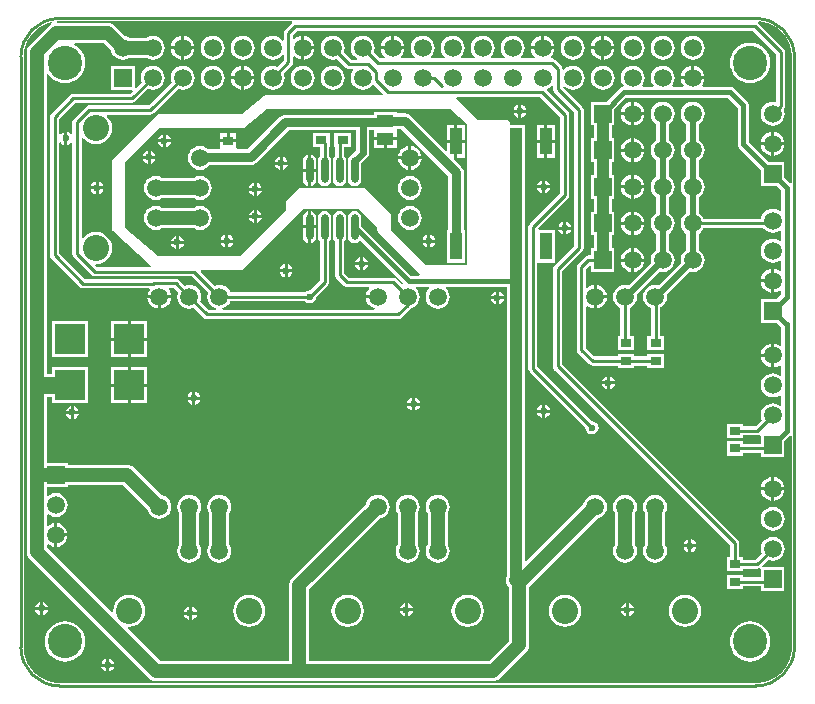
<source format=gtl>
G04 Layer_Physical_Order=1*
G04 Layer_Color=255*
%FSLAX25Y25*%
%MOIN*%
G70*
G01*
G75*
%ADD10R,0.10039X0.09843*%
%ADD11R,0.03543X0.02756*%
%ADD12R,0.03937X0.09055*%
%ADD13O,0.02362X0.08661*%
%ADD14R,0.05512X0.04331*%
%ADD15R,0.03543X0.03150*%
%ADD16C,0.04724*%
%ADD17C,0.01000*%
%ADD18C,0.05512*%
%ADD19C,0.01969*%
%ADD20C,0.03150*%
%ADD21C,0.02362*%
%ADD22C,0.03937*%
%ADD23C,0.01575*%
%ADD24C,0.00965*%
%ADD25C,0.05906*%
%ADD26R,0.05906X0.05906*%
%ADD27R,0.05906X0.05906*%
%ADD28C,0.11417*%
%ADD29C,0.08701*%
%ADD30C,0.02362*%
G36*
X439463Y351497D02*
X439463Y351468D01*
X437108Y349113D01*
X436776Y348617D01*
X436660Y348031D01*
Y345673D01*
X436160Y345503D01*
X435772Y346008D01*
X434946Y346642D01*
X433985Y347040D01*
X432953Y347176D01*
X431921Y347040D01*
X430959Y346642D01*
X430134Y346008D01*
X429500Y345182D01*
X429102Y344221D01*
X428966Y343189D01*
X429102Y342157D01*
X429500Y341196D01*
X430134Y340370D01*
X430959Y339736D01*
X431921Y339338D01*
X432953Y339202D01*
X433985Y339338D01*
X434946Y339736D01*
X435772Y340370D01*
X436160Y340875D01*
X436660Y340705D01*
Y339059D01*
X434449Y336848D01*
X433985Y337040D01*
X432953Y337176D01*
X431921Y337040D01*
X430959Y336642D01*
X430134Y336008D01*
X429500Y335182D01*
X429102Y334221D01*
X428966Y333189D01*
X429102Y332157D01*
X429500Y331196D01*
X430134Y330370D01*
X430959Y329736D01*
X431921Y329338D01*
X432953Y329202D01*
X433985Y329338D01*
X434946Y329736D01*
X435772Y330370D01*
X436406Y331196D01*
X436804Y332157D01*
X436940Y333189D01*
X436804Y334221D01*
X436612Y334685D01*
X439270Y337344D01*
X439602Y337840D01*
X439718Y338425D01*
Y340165D01*
X440218Y340305D01*
X440959Y339736D01*
X441921Y339338D01*
X442453Y339268D01*
Y343189D01*
Y347110D01*
X441921Y347040D01*
X440959Y346642D01*
X440218Y346073D01*
X439718Y346213D01*
Y347398D01*
X441185Y348864D01*
X593067D01*
X600833Y341099D01*
Y325453D01*
X600333Y325072D01*
X599606Y325168D01*
X598574Y325032D01*
X597613Y324634D01*
X596787Y324000D01*
X596154Y323175D01*
X595755Y322213D01*
X595619Y321181D01*
X595755Y320149D01*
X596154Y319188D01*
X596787Y318362D01*
X597613Y317728D01*
X598574Y317330D01*
X599606Y317194D01*
X600638Y317330D01*
X601600Y317728D01*
X602425Y318362D01*
X603059Y319188D01*
X603457Y320149D01*
X603593Y321181D01*
X603457Y322213D01*
X603265Y322677D01*
X603444Y322856D01*
X603775Y323352D01*
X603892Y323937D01*
Y341732D01*
X603775Y342318D01*
X603444Y342814D01*
X594789Y351468D01*
X594790Y351519D01*
X594835Y351775D01*
X594962Y351956D01*
X596404Y351766D01*
X597899Y351366D01*
X599330Y350773D01*
X600670Y349999D01*
X601899Y349057D01*
X602993Y347962D01*
X603936Y346733D01*
X604710Y345393D01*
X605303Y343962D01*
X605703Y342467D01*
X605905Y340932D01*
Y340158D01*
Y298166D01*
X605406Y297959D01*
X603559Y299806D01*
Y305134D01*
X598231D01*
X591586Y311778D01*
Y324016D01*
X591586Y324016D01*
X591447Y324713D01*
X591052Y325304D01*
X591052Y325304D01*
X586722Y329635D01*
X586131Y330030D01*
X585433Y330169D01*
X585433Y330169D01*
X576248D01*
X576001Y330669D01*
X576405Y331196D01*
X576804Y332157D01*
X576874Y332689D01*
X569032D01*
X569102Y332157D01*
X569500Y331196D01*
X569904Y330669D01*
X569658Y330169D01*
X566248D01*
X566001Y330669D01*
X566405Y331196D01*
X566804Y332157D01*
X566940Y333189D01*
X566804Y334221D01*
X566405Y335182D01*
X565772Y336008D01*
X564946Y336642D01*
X563985Y337040D01*
X562953Y337176D01*
X561921Y337040D01*
X560959Y336642D01*
X560134Y336008D01*
X559500Y335182D01*
X559102Y334221D01*
X558966Y333189D01*
X559102Y332157D01*
X559500Y331196D01*
X559904Y330669D01*
X559658Y330169D01*
X556248D01*
X556001Y330669D01*
X556405Y331196D01*
X556804Y332157D01*
X556940Y333189D01*
X556804Y334221D01*
X556405Y335182D01*
X555772Y336008D01*
X554946Y336642D01*
X553985Y337040D01*
X552953Y337176D01*
X551921Y337040D01*
X550959Y336642D01*
X550134Y336008D01*
X549500Y335182D01*
X549102Y334221D01*
X548966Y333189D01*
X549102Y332157D01*
X549500Y331196D01*
X549913Y330657D01*
X549703Y330110D01*
X549303Y330030D01*
X548711Y329635D01*
X548711Y329635D01*
X544289Y325213D01*
X538961D01*
Y317307D01*
X539919D01*
Y313008D01*
X538961D01*
Y305102D01*
X539919D01*
Y300803D01*
X538961D01*
Y292898D01*
X539919D01*
Y288598D01*
X538961D01*
Y280693D01*
X539919D01*
Y276394D01*
X538961D01*
Y273970D01*
X538189D01*
X537604Y273854D01*
X537108Y273522D01*
X534745Y271160D01*
X534414Y270664D01*
X534297Y270079D01*
Y242520D01*
X534414Y241934D01*
X534745Y241438D01*
X538485Y237698D01*
X538982Y237367D01*
X539567Y237250D01*
X548016D01*
Y236402D01*
X553559D01*
Y237250D01*
X557858D01*
Y236402D01*
X563402D01*
Y241158D01*
X557858D01*
Y240309D01*
X553559D01*
Y241158D01*
X548016D01*
Y240309D01*
X540200D01*
X537356Y243153D01*
Y256915D01*
X537856Y257162D01*
X538400Y256744D01*
X539362Y256346D01*
X539894Y256276D01*
Y260197D01*
Y264118D01*
X539362Y264048D01*
X538400Y263650D01*
X537856Y263232D01*
X537356Y263479D01*
Y269445D01*
X538461Y270550D01*
X538961Y270343D01*
Y268488D01*
X546866D01*
Y276394D01*
X545907D01*
Y280693D01*
X546866D01*
Y288598D01*
X545907D01*
Y292898D01*
X546866D01*
Y300803D01*
X545907D01*
Y305102D01*
X546866D01*
Y313008D01*
X545907D01*
Y317307D01*
X546866D01*
Y322635D01*
X550755Y326524D01*
X584678D01*
X587941Y323261D01*
Y311024D01*
X587941Y311024D01*
X588080Y310326D01*
X588475Y309735D01*
X595653Y302557D01*
Y297228D01*
X600982D01*
X602524Y295686D01*
Y288885D01*
X602024Y288639D01*
X601600Y288965D01*
X600638Y289363D01*
X599606Y289499D01*
X598574Y289363D01*
X597613Y288965D01*
X596787Y288331D01*
X596154Y287505D01*
X595755Y286544D01*
X595707Y286175D01*
X576558D01*
X576366Y286639D01*
X575733Y287465D01*
X574936Y288076D01*
Y293420D01*
X575733Y294031D01*
X576366Y294857D01*
X576764Y295818D01*
X576900Y296850D01*
X576764Y297882D01*
X576366Y298844D01*
X575733Y299670D01*
X574936Y300280D01*
Y305625D01*
X575733Y306236D01*
X576366Y307062D01*
X576764Y308023D01*
X576900Y309055D01*
X576764Y310087D01*
X576366Y311049D01*
X575733Y311874D01*
X574936Y312485D01*
Y317830D01*
X575733Y318441D01*
X576366Y319266D01*
X576764Y320228D01*
X576900Y321260D01*
X576764Y322292D01*
X576366Y323253D01*
X575733Y324079D01*
X574907Y324713D01*
X573945Y325111D01*
X572913Y325247D01*
X571881Y325111D01*
X570920Y324713D01*
X570094Y324079D01*
X569461Y323253D01*
X569062Y322292D01*
X568926Y321260D01*
X569062Y320228D01*
X569461Y319266D01*
X570094Y318441D01*
X570890Y317830D01*
Y312485D01*
X570094Y311874D01*
X569461Y311049D01*
X569062Y310087D01*
X568926Y309055D01*
X569062Y308023D01*
X569461Y307062D01*
X570094Y306236D01*
X570890Y305625D01*
Y300280D01*
X570094Y299670D01*
X569461Y298844D01*
X569062Y297882D01*
X568926Y296850D01*
X569062Y295818D01*
X569461Y294857D01*
X570094Y294031D01*
X570890Y293420D01*
Y288076D01*
X570094Y287465D01*
X569461Y286639D01*
X569062Y285678D01*
X568926Y284646D01*
X569062Y283614D01*
X569461Y282652D01*
X570094Y281826D01*
X570890Y281216D01*
Y275871D01*
X570094Y275260D01*
X569461Y274434D01*
X569062Y273473D01*
X568926Y272441D01*
X569058Y271446D01*
X561591Y263979D01*
X561426Y264048D01*
X560394Y264184D01*
X559362Y264048D01*
X558400Y263650D01*
X557575Y263016D01*
X556941Y262190D01*
X556543Y261229D01*
X556407Y260197D01*
X556543Y259165D01*
X556941Y258203D01*
X557575Y257378D01*
X558400Y256744D01*
X559100Y256454D01*
Y247063D01*
X557858D01*
Y242307D01*
X563402D01*
Y247063D01*
X562159D01*
Y256650D01*
X562387Y256744D01*
X563213Y257378D01*
X563846Y258203D01*
X564245Y259165D01*
X564381Y260197D01*
X564282Y260948D01*
X571919Y268585D01*
X572913Y268454D01*
X573945Y268590D01*
X574907Y268988D01*
X575733Y269622D01*
X576366Y270447D01*
X576764Y271409D01*
X576900Y272441D01*
X576764Y273473D01*
X576366Y274434D01*
X575733Y275260D01*
X574936Y275871D01*
Y281216D01*
X575733Y281826D01*
X576366Y282652D01*
X576558Y283116D01*
X596462D01*
X596787Y282693D01*
X597613Y282059D01*
X598574Y281661D01*
X599606Y281525D01*
X600638Y281661D01*
X601600Y282059D01*
X602008Y282373D01*
X602508Y282126D01*
Y278898D01*
X602008Y278651D01*
X601600Y278964D01*
X600638Y279363D01*
X599606Y279499D01*
X598574Y279363D01*
X597613Y278964D01*
X596787Y278331D01*
X596154Y277505D01*
X595755Y276544D01*
X595619Y275512D01*
X595755Y274480D01*
X596154Y273518D01*
X596787Y272693D01*
X597613Y272059D01*
X598574Y271661D01*
X599606Y271525D01*
X600638Y271661D01*
X601600Y272059D01*
X602008Y272373D01*
X602508Y272126D01*
Y268898D01*
X602008Y268651D01*
X601600Y268965D01*
X600638Y269363D01*
X600106Y269433D01*
Y265512D01*
Y261591D01*
X600638Y261661D01*
X601600Y262059D01*
X602024Y262385D01*
X602524Y262138D01*
Y261007D01*
X600982Y259465D01*
X595653D01*
Y251559D01*
X600982D01*
X602524Y250017D01*
Y244004D01*
X602024Y243757D01*
X601600Y244083D01*
X600638Y244481D01*
X600106Y244551D01*
Y240630D01*
Y236709D01*
X600638Y236779D01*
X601600Y237177D01*
X602024Y237503D01*
X602524Y237256D01*
Y234004D01*
X602024Y233757D01*
X601600Y234083D01*
X600638Y234481D01*
X599606Y234617D01*
X598574Y234481D01*
X597613Y234083D01*
X596787Y233449D01*
X596154Y232623D01*
X595755Y231662D01*
X595619Y230630D01*
X595755Y229598D01*
X596154Y228637D01*
X596787Y227811D01*
X597613Y227177D01*
X598574Y226779D01*
X599606Y226643D01*
X600638Y226779D01*
X601600Y227177D01*
X602024Y227503D01*
X602524Y227256D01*
Y224004D01*
X602024Y223757D01*
X601600Y224083D01*
X600638Y224481D01*
X599606Y224617D01*
X598574Y224481D01*
X597613Y224083D01*
X596787Y223449D01*
X596154Y222623D01*
X595755Y221662D01*
X595619Y220630D01*
X595755Y219598D01*
X595948Y219134D01*
X593894Y217081D01*
X589780D01*
Y217929D01*
X584236D01*
Y213173D01*
X589780D01*
Y214022D01*
X594528D01*
X595113Y214138D01*
X595154Y214165D01*
X595653Y213898D01*
Y211175D01*
X589780D01*
Y212024D01*
X584236D01*
Y207268D01*
X589780D01*
Y208116D01*
X595653D01*
Y206677D01*
X603559D01*
Y212005D01*
X605406Y213852D01*
X605905Y213645D01*
Y143307D01*
Y142533D01*
X605703Y140998D01*
X605303Y139502D01*
X604710Y138072D01*
X603936Y136731D01*
X602993Y135503D01*
X601899Y134408D01*
X600670Y133466D01*
X599330Y132691D01*
X597899Y132099D01*
X596404Y131698D01*
X594869Y131496D01*
X594095Y131496D01*
X361811D01*
X361037Y131496D01*
X359502Y131698D01*
X358006Y132099D01*
X356576Y132691D01*
X355235Y133466D01*
X354007Y134408D01*
X352912Y135503D01*
X351969Y136731D01*
X351195Y138072D01*
X350603Y139502D01*
X350202Y140998D01*
X350000Y142533D01*
X350000Y143307D01*
Y340158D01*
X350000Y340932D01*
X350202Y342467D01*
X350603Y343962D01*
X351195Y345393D01*
X351969Y346733D01*
X352912Y347962D01*
X354007Y349057D01*
X355235Y349999D01*
X356576Y350773D01*
X358006Y351366D01*
X359172Y351678D01*
X359245Y351638D01*
X359215Y351085D01*
X358934Y350968D01*
X358232Y350429D01*
X351933Y344130D01*
X351394Y343428D01*
X351055Y342610D01*
X350939Y341732D01*
Y239474D01*
X350924Y239354D01*
Y230734D01*
X350920Y230709D01*
X350924Y230683D01*
Y230315D01*
Y200787D01*
Y175213D01*
X351039Y174335D01*
X351378Y173517D01*
X351917Y172815D01*
X391697Y133035D01*
X391697Y133035D01*
X392399Y132496D01*
X393217Y132157D01*
X394094Y132042D01*
X506299D01*
X507177Y132157D01*
X507516Y132298D01*
X507995Y132496D01*
X508697Y133035D01*
X517359Y141697D01*
X517898Y142399D01*
X518236Y143217D01*
X518352Y144095D01*
Y163359D01*
X541325Y186333D01*
X541426Y186346D01*
X542387Y186744D01*
X543213Y187378D01*
X543846Y188203D01*
X544245Y189165D01*
X544381Y190197D01*
X544245Y191229D01*
X543846Y192190D01*
X543213Y193016D01*
X542387Y193650D01*
X541426Y194048D01*
X540394Y194184D01*
X539362Y194048D01*
X538400Y193650D01*
X537575Y193016D01*
X536941Y192190D01*
X536543Y191229D01*
X536529Y191129D01*
X517511Y172110D01*
X517049Y172302D01*
Y265354D01*
Y311988D01*
X517024Y312183D01*
Y317516D01*
X512057D01*
Y317717D01*
X511949Y318263D01*
X511639Y318726D01*
X511176Y319035D01*
X510630Y319144D01*
X501379D01*
X494168Y326355D01*
X494359Y326817D01*
X522201D01*
X528786Y320233D01*
Y294728D01*
X518604Y284546D01*
X518272Y284050D01*
X518156Y283465D01*
Y236221D01*
X518272Y235635D01*
X518604Y235139D01*
X537156Y216586D01*
X537146Y216535D01*
X537316Y215684D01*
X537798Y214963D01*
X538519Y214481D01*
X539370Y214312D01*
X540221Y214481D01*
X540943Y214963D01*
X541425Y215684D01*
X541594Y216535D01*
X541425Y217387D01*
X540943Y218108D01*
X540221Y218590D01*
X539370Y218759D01*
X539319Y218749D01*
X521214Y236854D01*
Y271461D01*
X527024D01*
Y282516D01*
X521606D01*
X521399Y283016D01*
X531396Y293013D01*
X531728Y293509D01*
X531844Y294094D01*
Y320866D01*
X531728Y321451D01*
X531396Y321948D01*
X524318Y329026D01*
X524415Y329516D01*
X524946Y329736D01*
X525772Y330370D01*
X525923Y330567D01*
X526423Y330398D01*
Y329528D01*
X526540Y328942D01*
X526871Y328446D01*
X533510Y321808D01*
Y277011D01*
X526871Y270373D01*
X526540Y269877D01*
X526423Y269291D01*
Y237008D01*
X526540Y236423D01*
X526871Y235926D01*
X585478Y177319D01*
Y173441D01*
X584236D01*
Y168685D01*
X589780D01*
Y169534D01*
X594528D01*
X595113Y169650D01*
X595154Y169677D01*
X595653Y169410D01*
Y166687D01*
X589780D01*
Y167535D01*
X584236D01*
Y162779D01*
X589780D01*
Y163628D01*
X595653D01*
Y162189D01*
X603559D01*
Y170095D01*
X596375D01*
X596184Y170556D01*
X598110Y172483D01*
X598574Y172291D01*
X599606Y172155D01*
X600638Y172291D01*
X601600Y172689D01*
X602425Y173323D01*
X603059Y174148D01*
X603457Y175110D01*
X603593Y176142D01*
X603457Y177174D01*
X603059Y178135D01*
X602425Y178961D01*
X601600Y179595D01*
X600638Y179993D01*
X599606Y180129D01*
X598574Y179993D01*
X597613Y179595D01*
X596787Y178961D01*
X596154Y178135D01*
X595755Y177174D01*
X595619Y176142D01*
X595755Y175110D01*
X595948Y174646D01*
X593894Y172592D01*
X589780D01*
Y173441D01*
X588537D01*
Y177953D01*
X588421Y178538D01*
X588089Y179034D01*
X529482Y237641D01*
Y268658D01*
X536121Y275296D01*
X536452Y275793D01*
X536569Y276378D01*
Y322441D01*
X536452Y323026D01*
X536121Y323522D01*
X529700Y329943D01*
X529730Y330075D01*
X529826Y330145D01*
X530285Y330254D01*
X530959Y329736D01*
X531921Y329338D01*
X532953Y329202D01*
X533985Y329338D01*
X534946Y329736D01*
X535772Y330370D01*
X536406Y331196D01*
X536804Y332157D01*
X536940Y333189D01*
X536804Y334221D01*
X536406Y335182D01*
X535772Y336008D01*
X534946Y336642D01*
X533985Y337040D01*
X532953Y337176D01*
X531921Y337040D01*
X530959Y336642D01*
X530134Y336008D01*
X529982Y335811D01*
X529482Y335981D01*
Y336221D01*
X529366Y336806D01*
X529034Y337302D01*
X527066Y339270D01*
X526570Y339602D01*
X525984Y339718D01*
X525744D01*
X525574Y340218D01*
X525772Y340370D01*
X526405Y341196D01*
X526804Y342157D01*
X526874Y342689D01*
X519032D01*
X519102Y342157D01*
X519500Y341196D01*
X520134Y340370D01*
X520331Y340218D01*
X520161Y339718D01*
X515744D01*
X515575Y340218D01*
X515772Y340370D01*
X516405Y341196D01*
X516804Y342157D01*
X516940Y343189D01*
X516804Y344221D01*
X516405Y345182D01*
X515772Y346008D01*
X514946Y346642D01*
X513985Y347040D01*
X512953Y347176D01*
X511921Y347040D01*
X510959Y346642D01*
X510134Y346008D01*
X509500Y345182D01*
X509102Y344221D01*
X508966Y343189D01*
X509102Y342157D01*
X509500Y341196D01*
X510134Y340370D01*
X510331Y340218D01*
X510161Y339718D01*
X505744D01*
X505575Y340218D01*
X505772Y340370D01*
X506405Y341196D01*
X506804Y342157D01*
X506940Y343189D01*
X506804Y344221D01*
X506405Y345182D01*
X505772Y346008D01*
X504946Y346642D01*
X503985Y347040D01*
X502953Y347176D01*
X501921Y347040D01*
X500959Y346642D01*
X500134Y346008D01*
X499500Y345182D01*
X499102Y344221D01*
X498966Y343189D01*
X499102Y342157D01*
X499500Y341196D01*
X500134Y340370D01*
X500331Y340218D01*
X500161Y339718D01*
X495744D01*
X495575Y340218D01*
X495772Y340370D01*
X496406Y341196D01*
X496804Y342157D01*
X496940Y343189D01*
X496804Y344221D01*
X496406Y345182D01*
X495772Y346008D01*
X494946Y346642D01*
X493985Y347040D01*
X492953Y347176D01*
X491921Y347040D01*
X490959Y346642D01*
X490134Y346008D01*
X489500Y345182D01*
X489102Y344221D01*
X488966Y343189D01*
X489102Y342157D01*
X489500Y341196D01*
X490134Y340370D01*
X490331Y340218D01*
X490161Y339718D01*
X485744D01*
X485574Y340218D01*
X485772Y340370D01*
X486406Y341196D01*
X486804Y342157D01*
X486940Y343189D01*
X486804Y344221D01*
X486406Y345182D01*
X485772Y346008D01*
X484946Y346642D01*
X483985Y347040D01*
X482953Y347176D01*
X481921Y347040D01*
X480959Y346642D01*
X480134Y346008D01*
X479500Y345182D01*
X479102Y344221D01*
X478966Y343189D01*
X479102Y342157D01*
X479500Y341196D01*
X480134Y340370D01*
X480331Y340218D01*
X480161Y339718D01*
X475744D01*
X475574Y340218D01*
X475772Y340370D01*
X476405Y341196D01*
X476804Y342157D01*
X476874Y342689D01*
X469032D01*
X469102Y342157D01*
X469500Y341196D01*
X470134Y340370D01*
X470331Y340218D01*
X470161Y339718D01*
X468586D01*
X466612Y341693D01*
X466804Y342157D01*
X466940Y343189D01*
X466804Y344221D01*
X466405Y345182D01*
X465772Y346008D01*
X464946Y346642D01*
X463985Y347040D01*
X462953Y347176D01*
X461921Y347040D01*
X460959Y346642D01*
X460134Y346008D01*
X459500Y345182D01*
X459102Y344221D01*
X458966Y343189D01*
X459102Y342157D01*
X459500Y341196D01*
X460134Y340370D01*
X460959Y339736D01*
X461117Y339671D01*
X461017Y339171D01*
X459133D01*
X456612Y341693D01*
X456804Y342157D01*
X456940Y343189D01*
X456804Y344221D01*
X456405Y345182D01*
X455772Y346008D01*
X454946Y346642D01*
X453985Y347040D01*
X452953Y347176D01*
X451921Y347040D01*
X450959Y346642D01*
X450134Y346008D01*
X449500Y345182D01*
X449102Y344221D01*
X448966Y343189D01*
X449102Y342157D01*
X449500Y341196D01*
X450134Y340370D01*
X450959Y339736D01*
X451921Y339338D01*
X452953Y339202D01*
X453985Y339338D01*
X454449Y339530D01*
X457419Y336560D01*
X457915Y336229D01*
X458500Y336112D01*
X459583D01*
X459830Y335612D01*
X459500Y335182D01*
X459102Y334221D01*
X458966Y333189D01*
X459102Y332157D01*
X459500Y331196D01*
X460134Y330370D01*
X460959Y329736D01*
X461921Y329338D01*
X462953Y329202D01*
X463985Y329338D01*
X464946Y329736D01*
X465772Y330370D01*
X466133Y330841D01*
X466797Y330885D01*
X469808Y327874D01*
X469617Y327412D01*
X431102D01*
X430905Y327373D01*
X430705Y327355D01*
X430634Y327319D01*
X430556Y327303D01*
X430389Y327191D01*
X430211Y327099D01*
X422728Y321112D01*
X395276D01*
X395276Y321112D01*
X394729Y321004D01*
X394266Y320694D01*
X379699Y306128D01*
X379390Y305664D01*
X379281Y305118D01*
X379281Y305118D01*
Y283071D01*
X379288Y283039D01*
X379283Y283007D01*
X379342Y282767D01*
X379390Y282525D01*
X379408Y282498D01*
X379416Y282466D01*
X379562Y282267D01*
X379699Y282062D01*
X379726Y282044D01*
X379746Y282017D01*
X392343Y270499D01*
X392162Y270033D01*
X374328D01*
X373743Y270619D01*
X373964Y271067D01*
X374016Y271060D01*
X375413Y271244D01*
X376714Y271783D01*
X377832Y272641D01*
X378689Y273758D01*
X379228Y275060D01*
X379412Y276457D01*
X379228Y277853D01*
X378689Y279155D01*
X377832Y280273D01*
X376714Y281130D01*
X375413Y281669D01*
X374016Y281853D01*
X372619Y281669D01*
X371318Y281130D01*
X370200Y280273D01*
X369746Y279681D01*
X369246Y279851D01*
Y313063D01*
X369746Y313232D01*
X370200Y312641D01*
X371318Y311783D01*
X372619Y311244D01*
X374016Y311060D01*
X375413Y311244D01*
X376714Y311783D01*
X377832Y312641D01*
X378689Y313758D01*
X379228Y315060D01*
X379412Y316457D01*
X379228Y317853D01*
X378689Y319155D01*
X377832Y320273D01*
X377616Y320438D01*
X377777Y320912D01*
X392205D01*
X392790Y321028D01*
X393286Y321359D01*
X401457Y329530D01*
X401921Y329338D01*
X402953Y329202D01*
X403985Y329338D01*
X404946Y329736D01*
X405772Y330370D01*
X406405Y331196D01*
X406804Y332157D01*
X406940Y333189D01*
X406804Y334221D01*
X406405Y335182D01*
X405772Y336008D01*
X404946Y336642D01*
X403985Y337040D01*
X402953Y337176D01*
X401921Y337040D01*
X400959Y336642D01*
X400134Y336008D01*
X399500Y335182D01*
X399102Y334221D01*
X398966Y333189D01*
X399102Y332157D01*
X399294Y331693D01*
X391571Y323970D01*
X371726D01*
X371141Y323854D01*
X370645Y323522D01*
X366635Y319513D01*
X366304Y319017D01*
X366187Y318431D01*
Y314568D01*
X365687Y314417D01*
X365588Y314565D01*
X364867Y315047D01*
X364516Y315117D01*
Y312992D01*
Y310868D01*
X364867Y310938D01*
X365588Y311420D01*
X365687Y311568D01*
X366187Y311416D01*
Y274482D01*
X366304Y273897D01*
X366635Y273401D01*
X372613Y267423D01*
X373110Y267091D01*
X373695Y266974D01*
X406178D01*
X411459Y261693D01*
X411267Y261229D01*
X411131Y260197D01*
X411267Y259165D01*
X411665Y258203D01*
X412299Y257378D01*
X413125Y256744D01*
X414086Y256346D01*
X414004Y255860D01*
X411618D01*
X408777Y258701D01*
X408969Y259165D01*
X409105Y260197D01*
X408969Y261229D01*
X408571Y262190D01*
X407937Y263016D01*
X407112Y263650D01*
X406150Y264048D01*
X405118Y264184D01*
X404086Y264048D01*
X403622Y263856D01*
X401747Y265731D01*
X401251Y266063D01*
X400665Y266179D01*
X393274D01*
X392858Y266096D01*
X370319D01*
X361766Y274649D01*
Y311534D01*
X362266Y311685D01*
X362443Y311420D01*
X363165Y310938D01*
X363516Y310868D01*
Y312992D01*
Y315117D01*
X363165Y315047D01*
X362443Y314565D01*
X362266Y314299D01*
X361766Y314450D01*
Y319445D01*
X367169Y324849D01*
X386142D01*
X386727Y324965D01*
X387223Y325296D01*
X391457Y329530D01*
X391921Y329338D01*
X392953Y329202D01*
X393985Y329338D01*
X394946Y329736D01*
X395772Y330370D01*
X396406Y331196D01*
X396804Y332157D01*
X396940Y333189D01*
X396804Y334221D01*
X396406Y335182D01*
X395772Y336008D01*
X394946Y336642D01*
X393985Y337040D01*
X392953Y337176D01*
X391921Y337040D01*
X390959Y336642D01*
X390134Y336008D01*
X389500Y335182D01*
X389102Y334221D01*
X388966Y333189D01*
X389102Y332157D01*
X389294Y331693D01*
X387368Y329767D01*
X386906Y329958D01*
Y337142D01*
X379000D01*
Y329236D01*
X386184D01*
X386375Y328774D01*
X385508Y327907D01*
X366535D01*
X365950Y327791D01*
X365454Y327459D01*
X359155Y321160D01*
X358823Y320664D01*
X358707Y320079D01*
Y274016D01*
X358823Y273430D01*
X359155Y272934D01*
X368604Y263486D01*
X369100Y263154D01*
X369685Y263037D01*
X391685D01*
X391932Y262538D01*
X391665Y262190D01*
X391267Y261229D01*
X391197Y260697D01*
X395118D01*
X399039D01*
X398969Y261229D01*
X398571Y262190D01*
X398241Y262620D01*
X398487Y263120D01*
X400032D01*
X401459Y261693D01*
X401267Y261229D01*
X401131Y260197D01*
X401267Y259165D01*
X401665Y258203D01*
X402299Y257378D01*
X403125Y256744D01*
X404086Y256346D01*
X405118Y256210D01*
X406150Y256346D01*
X406614Y256538D01*
X409903Y253249D01*
X410399Y252918D01*
X410984Y252801D01*
X474803D01*
X475388Y252918D01*
X475885Y253249D01*
X478981Y256345D01*
X478985Y256346D01*
X479946Y256744D01*
X480772Y257378D01*
X481405Y258203D01*
X481804Y259165D01*
X481940Y260197D01*
X481804Y261229D01*
X481405Y262190D01*
X480772Y263016D01*
X480717Y263058D01*
X480877Y263532D01*
X485028D01*
X485189Y263058D01*
X485134Y263016D01*
X484500Y262190D01*
X484102Y261229D01*
X483966Y260197D01*
X484102Y259165D01*
X484500Y258203D01*
X485134Y257378D01*
X485959Y256744D01*
X486921Y256346D01*
X487953Y256210D01*
X488985Y256346D01*
X489946Y256744D01*
X490772Y257378D01*
X491405Y258203D01*
X491804Y259165D01*
X491940Y260197D01*
X491804Y261229D01*
X491405Y262190D01*
X490772Y263016D01*
X490717Y263058D01*
X490877Y263532D01*
X511061D01*
Y167227D01*
X510779Y166547D01*
X510664Y165669D01*
X510779Y164792D01*
X511118Y163974D01*
X511569Y163386D01*
Y145499D01*
X504894Y138824D01*
X445123D01*
Y162572D01*
X468885Y186333D01*
X468985Y186346D01*
X469946Y186744D01*
X470772Y187378D01*
X471406Y188203D01*
X471804Y189165D01*
X471940Y190197D01*
X471804Y191229D01*
X471406Y192190D01*
X470772Y193016D01*
X469946Y193650D01*
X468985Y194048D01*
X467953Y194184D01*
X466921Y194048D01*
X465959Y193650D01*
X465134Y193016D01*
X464500Y192190D01*
X464102Y191229D01*
X464089Y191129D01*
X439334Y166374D01*
X438795Y165672D01*
X438597Y165193D01*
X438457Y164854D01*
X438341Y163976D01*
Y138824D01*
X395499D01*
X384620Y149703D01*
X384841Y150152D01*
X385118Y150115D01*
X386515Y150299D01*
X387816Y150838D01*
X388934Y151696D01*
X389792Y152813D01*
X390331Y154115D01*
X390515Y155512D01*
X390331Y156909D01*
X389792Y158210D01*
X388934Y159328D01*
X387816Y160185D01*
X386515Y160724D01*
X385118Y160908D01*
X383721Y160724D01*
X382420Y160185D01*
X381302Y159328D01*
X380445Y158210D01*
X379905Y156909D01*
X379721Y155512D01*
X379758Y155235D01*
X379310Y155014D01*
X357706Y176617D01*
Y177418D01*
X358206Y177665D01*
X358636Y177335D01*
X359598Y176936D01*
X360130Y176866D01*
Y180787D01*
Y184708D01*
X359598Y184638D01*
X358636Y184240D01*
X358206Y183910D01*
X357706Y184157D01*
Y187418D01*
X358206Y187665D01*
X358636Y187335D01*
X359598Y186936D01*
X360630Y186801D01*
X361662Y186936D01*
X362623Y187335D01*
X363449Y187968D01*
X364083Y188794D01*
X364481Y189755D01*
X364617Y190787D01*
X364481Y191819D01*
X364083Y192781D01*
X363449Y193606D01*
X362623Y194240D01*
X361662Y194638D01*
X360630Y194774D01*
X359598Y194638D01*
X358636Y194240D01*
X358206Y193910D01*
X357706Y194157D01*
Y196835D01*
X364583D01*
Y197396D01*
X383123D01*
X391254Y189265D01*
X391267Y189165D01*
X391665Y188203D01*
X392299Y187378D01*
X393125Y186744D01*
X394086Y186346D01*
X395118Y186210D01*
X396150Y186346D01*
X397112Y186744D01*
X397937Y187378D01*
X398571Y188203D01*
X398969Y189165D01*
X399105Y190197D01*
X398969Y191229D01*
X398571Y192190D01*
X397937Y193016D01*
X397112Y193650D01*
X396150Y194048D01*
X396050Y194061D01*
X386926Y203185D01*
X386223Y203724D01*
X385744Y203923D01*
X385405Y204063D01*
X384528Y204179D01*
X364583D01*
Y204740D01*
X357706D01*
Y226920D01*
X359236D01*
Y224787D01*
X371275D01*
Y236630D01*
X359236D01*
Y234497D01*
X357706D01*
Y239250D01*
X357722Y239370D01*
Y334330D01*
X357805Y334351D01*
X358222Y334386D01*
X359013Y333422D01*
X360034Y332584D01*
X361200Y331961D01*
X362464Y331577D01*
X363779Y331448D01*
X365095Y331577D01*
X366359Y331961D01*
X367525Y332584D01*
X368546Y333422D01*
X369385Y334444D01*
X370007Y335609D01*
X370391Y336874D01*
X370521Y338189D01*
X370391Y339504D01*
X370007Y340769D01*
X369385Y341934D01*
X368546Y342956D01*
X367525Y343794D01*
X366877Y344140D01*
X367002Y344640D01*
X376706D01*
X379089Y342257D01*
X379102Y342157D01*
X379500Y341196D01*
X380134Y340370D01*
X380959Y339736D01*
X381921Y339338D01*
X382953Y339202D01*
X383985Y339338D01*
X384946Y339736D01*
X385026Y339798D01*
X390879D01*
X390959Y339736D01*
X391921Y339338D01*
X392953Y339202D01*
X393985Y339338D01*
X394946Y339736D01*
X395772Y340370D01*
X396406Y341196D01*
X396804Y342157D01*
X396940Y343189D01*
X396804Y344221D01*
X396406Y345182D01*
X395772Y346008D01*
X394946Y346642D01*
X393985Y347040D01*
X392953Y347176D01*
X391921Y347040D01*
X390959Y346642D01*
X390879Y346580D01*
X385026D01*
X384946Y346642D01*
X383985Y347040D01*
X383885Y347053D01*
X380508Y350429D01*
X379806Y350968D01*
X379327Y351167D01*
X378988Y351307D01*
X378110Y351423D01*
X361293D01*
X361122Y351923D01*
X361182Y351969D01*
X361811Y351969D01*
Y351969D01*
X439308D01*
X439463Y351497D01*
D02*
G37*
G36*
X497638Y317717D02*
Y270866D01*
X483858D01*
X472441Y282283D01*
Y287795D01*
X463779Y296457D01*
X445276Y296457D01*
X441732D01*
X437402Y292126D01*
Y288976D01*
X422047Y273622D01*
X394609Y273622D01*
X383858Y283071D01*
Y283858D01*
Y305118D01*
X395276Y316535D01*
X397244Y316535D01*
X423228D01*
X431102Y322835D01*
X492126D01*
X497638Y317717D01*
D02*
G37*
G36*
X464739Y286392D02*
X464739Y286392D01*
X467864Y283267D01*
Y282283D01*
X467864Y282283D01*
X467973Y281737D01*
X468282Y281274D01*
X481917Y267639D01*
X481726Y267177D01*
X479121D01*
X462480Y283818D01*
Y286614D01*
X462311Y287465D01*
X461828Y288187D01*
X461107Y288669D01*
X460256Y288838D01*
X459405Y288669D01*
X458683Y288187D01*
X458201Y287465D01*
X458032Y286614D01*
Y280315D01*
X458201Y279464D01*
X458683Y278743D01*
X459405Y278260D01*
X460256Y278091D01*
X461107Y278260D01*
X461828Y278743D01*
X461839Y278758D01*
X462336Y278807D01*
X476335Y264808D01*
X476193Y264243D01*
X476098Y264214D01*
X474270Y266042D01*
X473774Y266374D01*
X473189Y266490D01*
X458507D01*
X456785Y268212D01*
Y278714D01*
X456828Y278743D01*
X457310Y279464D01*
X457480Y280315D01*
Y286614D01*
X457310Y287465D01*
X456828Y288187D01*
X456107Y288669D01*
X455256Y288838D01*
X454405Y288669D01*
X453683Y288187D01*
X453201Y287465D01*
X453032Y286614D01*
Y280315D01*
X453201Y279464D01*
X453683Y278743D01*
X453726Y278714D01*
Y267579D01*
X453843Y266993D01*
X454175Y266497D01*
X456793Y263879D01*
X457289Y263548D01*
X457874Y263431D01*
X464929D01*
X465069Y262931D01*
X464500Y262190D01*
X464102Y261229D01*
X464032Y260697D01*
X467953D01*
Y259697D01*
X464032D01*
X464102Y259165D01*
X464500Y258203D01*
X465134Y257378D01*
X465959Y256744D01*
X466921Y256346D01*
X466838Y255860D01*
X416232D01*
X416150Y256346D01*
X417111Y256744D01*
X417937Y257378D01*
X418571Y258203D01*
X418763Y258667D01*
X443635D01*
X443664Y258624D01*
X444385Y258142D01*
X445236Y257973D01*
X446087Y258142D01*
X446809Y258624D01*
X447291Y259346D01*
X447460Y260197D01*
X447450Y260248D01*
X451337Y264135D01*
X451669Y264631D01*
X451785Y265216D01*
Y278714D01*
X451828Y278743D01*
X452311Y279464D01*
X452480Y280315D01*
Y286614D01*
X452311Y287465D01*
X451828Y288187D01*
X451107Y288669D01*
X450256Y288838D01*
X449405Y288669D01*
X448683Y288187D01*
X448201Y287465D01*
X448032Y286614D01*
Y280315D01*
X448201Y279464D01*
X448683Y278743D01*
X448727Y278714D01*
Y265850D01*
X445287Y262411D01*
X445236Y262421D01*
X444385Y262251D01*
X443664Y261769D01*
X443635Y261726D01*
X418763D01*
X418571Y262190D01*
X417937Y263016D01*
X417111Y263650D01*
X416150Y264048D01*
X415118Y264184D01*
X414086Y264048D01*
X413622Y263856D01*
X408895Y268583D01*
X409086Y269045D01*
X422047D01*
X422047Y269045D01*
X422593Y269154D01*
X423057Y269463D01*
X441561Y287967D01*
X441561Y287967D01*
X443111Y289517D01*
X461614D01*
X464739Y286392D01*
D02*
G37*
%LPC*%
G36*
X543453Y347110D02*
Y343689D01*
X546874D01*
X546804Y344221D01*
X546406Y345182D01*
X545772Y346008D01*
X544946Y346642D01*
X543985Y347040D01*
X543453Y347110D01*
D02*
G37*
G36*
X542453D02*
X541921Y347040D01*
X540959Y346642D01*
X540134Y346008D01*
X539500Y345182D01*
X539102Y344221D01*
X539032Y343689D01*
X542453D01*
Y347110D01*
D02*
G37*
G36*
X523453D02*
Y343689D01*
X526874D01*
X526804Y344221D01*
X526405Y345182D01*
X525772Y346008D01*
X524946Y346642D01*
X523985Y347040D01*
X523453Y347110D01*
D02*
G37*
G36*
X522453D02*
X521921Y347040D01*
X520959Y346642D01*
X520134Y346008D01*
X519500Y345182D01*
X519102Y344221D01*
X519032Y343689D01*
X522453D01*
Y347110D01*
D02*
G37*
G36*
X473453D02*
Y343689D01*
X476874D01*
X476804Y344221D01*
X476405Y345182D01*
X475772Y346008D01*
X474946Y346642D01*
X473985Y347040D01*
X473453Y347110D01*
D02*
G37*
G36*
X472453D02*
X471921Y347040D01*
X470959Y346642D01*
X470134Y346008D01*
X469500Y345182D01*
X469102Y344221D01*
X469032Y343689D01*
X472453D01*
Y347110D01*
D02*
G37*
G36*
X443453D02*
Y343689D01*
X446874D01*
X446804Y344221D01*
X446406Y345182D01*
X445772Y346008D01*
X444946Y346642D01*
X443985Y347040D01*
X443453Y347110D01*
D02*
G37*
G36*
X403453D02*
Y343689D01*
X406874D01*
X406804Y344221D01*
X406405Y345182D01*
X405772Y346008D01*
X404946Y346642D01*
X403985Y347040D01*
X403453Y347110D01*
D02*
G37*
G36*
X402453D02*
X401921Y347040D01*
X400959Y346642D01*
X400134Y346008D01*
X399500Y345182D01*
X399102Y344221D01*
X399032Y343689D01*
X402453D01*
Y347110D01*
D02*
G37*
G36*
X546874Y342689D02*
X543453D01*
Y339268D01*
X543985Y339338D01*
X544946Y339736D01*
X545772Y340370D01*
X546406Y341196D01*
X546804Y342157D01*
X546874Y342689D01*
D02*
G37*
G36*
X542453D02*
X539032D01*
X539102Y342157D01*
X539500Y341196D01*
X540134Y340370D01*
X540959Y339736D01*
X541921Y339338D01*
X542453Y339268D01*
Y342689D01*
D02*
G37*
G36*
X446874D02*
X443453D01*
Y339268D01*
X443985Y339338D01*
X444946Y339736D01*
X445772Y340370D01*
X446406Y341196D01*
X446804Y342157D01*
X446874Y342689D01*
D02*
G37*
G36*
X406874D02*
X403453D01*
Y339268D01*
X403985Y339338D01*
X404946Y339736D01*
X405772Y340370D01*
X406405Y341196D01*
X406804Y342157D01*
X406874Y342689D01*
D02*
G37*
G36*
X402453D02*
X399032D01*
X399102Y342157D01*
X399500Y341196D01*
X400134Y340370D01*
X400959Y339736D01*
X401921Y339338D01*
X402453Y339268D01*
Y342689D01*
D02*
G37*
G36*
X572953Y347176D02*
X571921Y347040D01*
X570959Y346642D01*
X570134Y346008D01*
X569500Y345182D01*
X569102Y344221D01*
X568966Y343189D01*
X569102Y342157D01*
X569500Y341196D01*
X570134Y340370D01*
X570959Y339736D01*
X571921Y339338D01*
X572953Y339202D01*
X573985Y339338D01*
X574946Y339736D01*
X575772Y340370D01*
X576405Y341196D01*
X576804Y342157D01*
X576940Y343189D01*
X576804Y344221D01*
X576405Y345182D01*
X575772Y346008D01*
X574946Y346642D01*
X573985Y347040D01*
X572953Y347176D01*
D02*
G37*
G36*
X562953D02*
X561921Y347040D01*
X560959Y346642D01*
X560134Y346008D01*
X559500Y345182D01*
X559102Y344221D01*
X558966Y343189D01*
X559102Y342157D01*
X559500Y341196D01*
X560134Y340370D01*
X560959Y339736D01*
X561921Y339338D01*
X562953Y339202D01*
X563985Y339338D01*
X564946Y339736D01*
X565772Y340370D01*
X566405Y341196D01*
X566804Y342157D01*
X566940Y343189D01*
X566804Y344221D01*
X566405Y345182D01*
X565772Y346008D01*
X564946Y346642D01*
X563985Y347040D01*
X562953Y347176D01*
D02*
G37*
G36*
X552953D02*
X551921Y347040D01*
X550959Y346642D01*
X550134Y346008D01*
X549500Y345182D01*
X549102Y344221D01*
X548966Y343189D01*
X549102Y342157D01*
X549500Y341196D01*
X550134Y340370D01*
X550959Y339736D01*
X551921Y339338D01*
X552953Y339202D01*
X553985Y339338D01*
X554946Y339736D01*
X555772Y340370D01*
X556405Y341196D01*
X556804Y342157D01*
X556940Y343189D01*
X556804Y344221D01*
X556405Y345182D01*
X555772Y346008D01*
X554946Y346642D01*
X553985Y347040D01*
X552953Y347176D01*
D02*
G37*
G36*
X532953D02*
X531921Y347040D01*
X530959Y346642D01*
X530134Y346008D01*
X529500Y345182D01*
X529102Y344221D01*
X528966Y343189D01*
X529102Y342157D01*
X529500Y341196D01*
X530134Y340370D01*
X530959Y339736D01*
X531921Y339338D01*
X532953Y339202D01*
X533985Y339338D01*
X534946Y339736D01*
X535772Y340370D01*
X536406Y341196D01*
X536804Y342157D01*
X536940Y343189D01*
X536804Y344221D01*
X536406Y345182D01*
X535772Y346008D01*
X534946Y346642D01*
X533985Y347040D01*
X532953Y347176D01*
D02*
G37*
G36*
X422953D02*
X421921Y347040D01*
X420959Y346642D01*
X420134Y346008D01*
X419500Y345182D01*
X419102Y344221D01*
X418966Y343189D01*
X419102Y342157D01*
X419500Y341196D01*
X420134Y340370D01*
X420959Y339736D01*
X421921Y339338D01*
X422953Y339202D01*
X423985Y339338D01*
X424946Y339736D01*
X425772Y340370D01*
X426405Y341196D01*
X426804Y342157D01*
X426940Y343189D01*
X426804Y344221D01*
X426405Y345182D01*
X425772Y346008D01*
X424946Y346642D01*
X423985Y347040D01*
X422953Y347176D01*
D02*
G37*
G36*
X412953D02*
X411921Y347040D01*
X410959Y346642D01*
X410134Y346008D01*
X409500Y345182D01*
X409102Y344221D01*
X408966Y343189D01*
X409102Y342157D01*
X409500Y341196D01*
X410134Y340370D01*
X410959Y339736D01*
X411921Y339338D01*
X412953Y339202D01*
X413985Y339338D01*
X414946Y339736D01*
X415772Y340370D01*
X416405Y341196D01*
X416804Y342157D01*
X416940Y343189D01*
X416804Y344221D01*
X416405Y345182D01*
X415772Y346008D01*
X414946Y346642D01*
X413985Y347040D01*
X412953Y347176D01*
D02*
G37*
G36*
X573453Y337110D02*
Y333689D01*
X576874D01*
X576804Y334221D01*
X576405Y335182D01*
X575772Y336008D01*
X574946Y336642D01*
X573985Y337040D01*
X573453Y337110D01*
D02*
G37*
G36*
X572453D02*
X571921Y337040D01*
X570959Y336642D01*
X570134Y336008D01*
X569500Y335182D01*
X569102Y334221D01*
X569032Y333689D01*
X572453D01*
Y337110D01*
D02*
G37*
G36*
X423453D02*
Y333689D01*
X426874D01*
X426804Y334221D01*
X426405Y335182D01*
X425772Y336008D01*
X424946Y336642D01*
X423985Y337040D01*
X423453Y337110D01*
D02*
G37*
G36*
X422453D02*
X421921Y337040D01*
X420959Y336642D01*
X420134Y336008D01*
X419500Y335182D01*
X419102Y334221D01*
X419032Y333689D01*
X422453D01*
Y337110D01*
D02*
G37*
G36*
X592126Y344930D02*
X590811Y344801D01*
X589546Y344417D01*
X588381Y343794D01*
X587359Y342956D01*
X586521Y341934D01*
X585898Y340769D01*
X585514Y339504D01*
X585385Y338189D01*
X585514Y336874D01*
X585898Y335609D01*
X586521Y334444D01*
X587359Y333422D01*
X588381Y332584D01*
X589546Y331961D01*
X590811Y331577D01*
X592126Y331448D01*
X593441Y331577D01*
X594706Y331961D01*
X595871Y332584D01*
X596893Y333422D01*
X597731Y334444D01*
X598354Y335609D01*
X598738Y336874D01*
X598867Y338189D01*
X598738Y339504D01*
X598354Y340769D01*
X597731Y341934D01*
X596893Y342956D01*
X595871Y343794D01*
X594706Y344417D01*
X593441Y344801D01*
X592126Y344930D01*
D02*
G37*
G36*
X426874Y332689D02*
X423453D01*
Y329268D01*
X423985Y329338D01*
X424946Y329736D01*
X425772Y330370D01*
X426405Y331196D01*
X426804Y332157D01*
X426874Y332689D01*
D02*
G37*
G36*
X422453D02*
X419032D01*
X419102Y332157D01*
X419500Y331196D01*
X420134Y330370D01*
X420959Y329736D01*
X421921Y329338D01*
X422453Y329268D01*
Y332689D01*
D02*
G37*
G36*
X542953Y337176D02*
X541921Y337040D01*
X540959Y336642D01*
X540134Y336008D01*
X539500Y335182D01*
X539102Y334221D01*
X538966Y333189D01*
X539102Y332157D01*
X539500Y331196D01*
X540134Y330370D01*
X540959Y329736D01*
X541921Y329338D01*
X542953Y329202D01*
X543985Y329338D01*
X544946Y329736D01*
X545772Y330370D01*
X546406Y331196D01*
X546804Y332157D01*
X546940Y333189D01*
X546804Y334221D01*
X546406Y335182D01*
X545772Y336008D01*
X544946Y336642D01*
X543985Y337040D01*
X542953Y337176D01*
D02*
G37*
G36*
X452953D02*
X451921Y337040D01*
X450959Y336642D01*
X450134Y336008D01*
X449500Y335182D01*
X449102Y334221D01*
X448966Y333189D01*
X449102Y332157D01*
X449500Y331196D01*
X450134Y330370D01*
X450959Y329736D01*
X451921Y329338D01*
X452953Y329202D01*
X453985Y329338D01*
X454946Y329736D01*
X455772Y330370D01*
X456405Y331196D01*
X456804Y332157D01*
X456940Y333189D01*
X456804Y334221D01*
X456405Y335182D01*
X455772Y336008D01*
X454946Y336642D01*
X453985Y337040D01*
X452953Y337176D01*
D02*
G37*
G36*
X442953D02*
X441921Y337040D01*
X440959Y336642D01*
X440134Y336008D01*
X439500Y335182D01*
X439102Y334221D01*
X438966Y333189D01*
X439102Y332157D01*
X439500Y331196D01*
X440134Y330370D01*
X440959Y329736D01*
X441921Y329338D01*
X442953Y329202D01*
X443985Y329338D01*
X444946Y329736D01*
X445772Y330370D01*
X446406Y331196D01*
X446804Y332157D01*
X446940Y333189D01*
X446804Y334221D01*
X446406Y335182D01*
X445772Y336008D01*
X444946Y336642D01*
X443985Y337040D01*
X442953Y337176D01*
D02*
G37*
G36*
X412953D02*
X411921Y337040D01*
X410959Y336642D01*
X410134Y336008D01*
X409500Y335182D01*
X409102Y334221D01*
X408966Y333189D01*
X409102Y332157D01*
X409500Y331196D01*
X410134Y330370D01*
X410959Y329736D01*
X411921Y329338D01*
X412953Y329202D01*
X413985Y329338D01*
X414946Y329736D01*
X415772Y330370D01*
X416405Y331196D01*
X416804Y332157D01*
X416940Y333189D01*
X416804Y334221D01*
X416405Y335182D01*
X415772Y336008D01*
X414946Y336642D01*
X413985Y337040D01*
X412953Y337176D01*
D02*
G37*
G36*
X515854Y324172D02*
Y322547D01*
X517479D01*
X517409Y322898D01*
X516927Y323620D01*
X516205Y324102D01*
X515854Y324172D01*
D02*
G37*
G36*
X514854D02*
X514503Y324102D01*
X513782Y323620D01*
X513300Y322898D01*
X513230Y322547D01*
X514854D01*
Y324172D01*
D02*
G37*
G36*
X553413Y325181D02*
Y321760D01*
X556834D01*
X556764Y322292D01*
X556366Y323253D01*
X555732Y324079D01*
X554907Y324713D01*
X553945Y325111D01*
X553413Y325181D01*
D02*
G37*
G36*
X552413D02*
X551882Y325111D01*
X550920Y324713D01*
X550094Y324079D01*
X549461Y323253D01*
X549062Y322292D01*
X548992Y321760D01*
X552413D01*
Y325181D01*
D02*
G37*
G36*
X517479Y321547D02*
X515854D01*
Y319923D01*
X516205Y319993D01*
X516927Y320475D01*
X517409Y321196D01*
X517479Y321547D01*
D02*
G37*
G36*
X514854D02*
X513230D01*
X513300Y321196D01*
X513782Y320475D01*
X514503Y319993D01*
X514854Y319923D01*
Y321547D01*
D02*
G37*
G36*
X556834Y320760D02*
X553413D01*
Y317339D01*
X553945Y317409D01*
X554907Y317807D01*
X555732Y318441D01*
X556366Y319266D01*
X556764Y320228D01*
X556834Y320760D01*
D02*
G37*
G36*
X552413D02*
X548992D01*
X549062Y320228D01*
X549461Y319266D01*
X550094Y318441D01*
X550920Y317807D01*
X551882Y317409D01*
X552413Y317339D01*
Y320760D01*
D02*
G37*
G36*
X527024Y317516D02*
X524555D01*
Y312488D01*
X527024D01*
Y317516D01*
D02*
G37*
G36*
X523555D02*
X521087D01*
Y312488D01*
X523555D01*
Y317516D01*
D02*
G37*
G36*
X600106Y315102D02*
Y311681D01*
X603527D01*
X603457Y312213D01*
X603059Y313175D01*
X602425Y314000D01*
X601600Y314634D01*
X600638Y315032D01*
X600106Y315102D01*
D02*
G37*
G36*
X599106Y315102D02*
X598574Y315032D01*
X597613Y314634D01*
X596787Y314000D01*
X596154Y313175D01*
X595755Y312213D01*
X595685Y311681D01*
X599106D01*
Y315102D01*
D02*
G37*
G36*
X553413Y312976D02*
Y309555D01*
X556834D01*
X556764Y310087D01*
X556366Y311049D01*
X555732Y311874D01*
X554907Y312508D01*
X553945Y312906D01*
X553413Y312976D01*
D02*
G37*
G36*
X552413D02*
X551882Y312906D01*
X550920Y312508D01*
X550094Y311874D01*
X549461Y311049D01*
X549062Y310087D01*
X548992Y309555D01*
X552413D01*
Y312976D01*
D02*
G37*
G36*
X603527Y310681D02*
X600106D01*
Y307260D01*
X600638Y307330D01*
X601600Y307728D01*
X602425Y308362D01*
X603059Y309188D01*
X603457Y310149D01*
X603527Y310681D01*
D02*
G37*
G36*
X599106D02*
X595685D01*
X595755Y310149D01*
X596154Y309188D01*
X596787Y308362D01*
X597613Y307728D01*
X598574Y307330D01*
X599106Y307260D01*
Y310681D01*
D02*
G37*
G36*
X527024Y311488D02*
X524555D01*
Y306461D01*
X527024D01*
Y311488D01*
D02*
G37*
G36*
X523555D02*
X521087D01*
Y306461D01*
X523555D01*
Y311488D01*
D02*
G37*
G36*
X556834Y308555D02*
X553413D01*
Y305134D01*
X553945Y305204D01*
X554907Y305602D01*
X555732Y306236D01*
X556366Y307062D01*
X556764Y308023D01*
X556834Y308555D01*
D02*
G37*
G36*
X552413D02*
X548992D01*
X549062Y308023D01*
X549461Y307062D01*
X550094Y306236D01*
X550920Y305602D01*
X551882Y305204D01*
X552413Y305134D01*
Y308555D01*
D02*
G37*
G36*
X553413Y300771D02*
Y297350D01*
X556834D01*
X556764Y297882D01*
X556366Y298844D01*
X555732Y299670D01*
X554907Y300303D01*
X553945Y300701D01*
X553413Y300771D01*
D02*
G37*
G36*
X552413D02*
X551882Y300701D01*
X550920Y300303D01*
X550094Y299670D01*
X549461Y298844D01*
X549062Y297882D01*
X548992Y297350D01*
X552413D01*
Y300771D01*
D02*
G37*
G36*
X523728Y298975D02*
Y297350D01*
X525353D01*
X525283Y297701D01*
X524801Y298423D01*
X524079Y298905D01*
X523728Y298975D01*
D02*
G37*
G36*
X522728D02*
X522377Y298905D01*
X521656Y298423D01*
X521174Y297701D01*
X521104Y297350D01*
X522728D01*
Y298975D01*
D02*
G37*
G36*
X374909Y298581D02*
Y296957D01*
X376534D01*
X376464Y297308D01*
X375982Y298029D01*
X375260Y298511D01*
X374909Y298581D01*
D02*
G37*
G36*
X373909D02*
X373558Y298511D01*
X372837Y298029D01*
X372355Y297308D01*
X372285Y296957D01*
X373909D01*
Y298581D01*
D02*
G37*
G36*
X525353Y296350D02*
X523728D01*
Y294726D01*
X524079Y294796D01*
X524801Y295278D01*
X525283Y295999D01*
X525353Y296350D01*
D02*
G37*
G36*
X522728D02*
X521104D01*
X521174Y295999D01*
X521656Y295278D01*
X522377Y294796D01*
X522728Y294726D01*
Y296350D01*
D02*
G37*
G36*
X376534Y295957D02*
X374909D01*
Y294332D01*
X375260Y294402D01*
X375982Y294884D01*
X376464Y295606D01*
X376534Y295957D01*
D02*
G37*
G36*
X373909D02*
X372285D01*
X372355Y295606D01*
X372837Y294884D01*
X373558Y294402D01*
X373909Y294332D01*
Y295957D01*
D02*
G37*
G36*
X556834Y296350D02*
X553413D01*
Y292929D01*
X553945Y292999D01*
X554907Y293398D01*
X555732Y294031D01*
X556366Y294857D01*
X556764Y295818D01*
X556834Y296350D01*
D02*
G37*
G36*
X552413D02*
X548992D01*
X549062Y295818D01*
X549461Y294857D01*
X550094Y294031D01*
X550920Y293398D01*
X551882Y292999D01*
X552413Y292929D01*
Y296350D01*
D02*
G37*
G36*
X553413Y288567D02*
Y285146D01*
X556834D01*
X556764Y285678D01*
X556366Y286639D01*
X555732Y287465D01*
X554907Y288098D01*
X553945Y288497D01*
X553413Y288567D01*
D02*
G37*
G36*
X552413D02*
X551882Y288497D01*
X550920Y288098D01*
X550094Y287465D01*
X549461Y286639D01*
X549062Y285678D01*
X548992Y285146D01*
X552413D01*
Y288567D01*
D02*
G37*
G36*
X530815Y285195D02*
Y283571D01*
X532439D01*
X532370Y283922D01*
X531887Y284643D01*
X531166Y285125D01*
X530815Y285195D01*
D02*
G37*
G36*
X529815D02*
X529464Y285125D01*
X528743Y284643D01*
X528260Y283922D01*
X528191Y283571D01*
X529815D01*
Y285195D01*
D02*
G37*
G36*
X532439Y282571D02*
X530815D01*
Y280946D01*
X531166Y281016D01*
X531887Y281498D01*
X532370Y282220D01*
X532439Y282571D01*
D02*
G37*
G36*
X529815D02*
X528191D01*
X528260Y282220D01*
X528743Y281498D01*
X529464Y281016D01*
X529815Y280946D01*
Y282571D01*
D02*
G37*
G36*
X556834Y284146D02*
X553413D01*
Y280725D01*
X553945Y280795D01*
X554907Y281193D01*
X555732Y281826D01*
X556366Y282652D01*
X556764Y283614D01*
X556834Y284146D01*
D02*
G37*
G36*
X552413D02*
X548992D01*
X549062Y283614D01*
X549461Y282652D01*
X550094Y281826D01*
X550920Y281193D01*
X551882Y280795D01*
X552413Y280725D01*
Y284146D01*
D02*
G37*
G36*
X553413Y276362D02*
Y272941D01*
X556834D01*
X556764Y273473D01*
X556366Y274434D01*
X555732Y275260D01*
X554907Y275894D01*
X553945Y276292D01*
X553413Y276362D01*
D02*
G37*
G36*
X552413D02*
X551882Y276292D01*
X550920Y275894D01*
X550094Y275260D01*
X549461Y274434D01*
X549062Y273473D01*
X548992Y272941D01*
X552413D01*
Y276362D01*
D02*
G37*
G36*
X556834Y271941D02*
X553413D01*
Y268520D01*
X553945Y268590D01*
X554907Y268988D01*
X555732Y269622D01*
X556366Y270447D01*
X556764Y271409D01*
X556834Y271941D01*
D02*
G37*
G36*
X552413D02*
X548992D01*
X549062Y271409D01*
X549461Y270447D01*
X550094Y269622D01*
X550920Y268988D01*
X551882Y268590D01*
X552413Y268520D01*
Y271941D01*
D02*
G37*
G36*
X562913Y325247D02*
X561881Y325111D01*
X560920Y324713D01*
X560094Y324079D01*
X559461Y323253D01*
X559062Y322292D01*
X558926Y321260D01*
X559062Y320228D01*
X559461Y319266D01*
X560094Y318441D01*
X560890Y317830D01*
Y312485D01*
X560094Y311874D01*
X559461Y311049D01*
X559062Y310087D01*
X558926Y309055D01*
X559062Y308023D01*
X559461Y307062D01*
X560094Y306236D01*
X560890Y305625D01*
Y300280D01*
X560094Y299670D01*
X559461Y298844D01*
X559062Y297882D01*
X558926Y296850D01*
X559062Y295818D01*
X559461Y294857D01*
X560094Y294031D01*
X560890Y293420D01*
Y288076D01*
X560094Y287465D01*
X559461Y286639D01*
X559062Y285678D01*
X558926Y284646D01*
X559062Y283614D01*
X559461Y282652D01*
X560094Y281826D01*
X560890Y281216D01*
Y275871D01*
X560094Y275260D01*
X559461Y274434D01*
X559062Y273473D01*
X558926Y272441D01*
X559058Y271446D01*
X551591Y263979D01*
X551426Y264048D01*
X550394Y264184D01*
X549362Y264048D01*
X548400Y263650D01*
X547575Y263016D01*
X546941Y262190D01*
X546543Y261229D01*
X546407Y260197D01*
X546543Y259165D01*
X546941Y258203D01*
X547575Y257378D01*
X548400Y256744D01*
X548864Y256552D01*
Y247063D01*
X548016D01*
Y242307D01*
X553559D01*
Y247063D01*
X551923D01*
Y256552D01*
X552387Y256744D01*
X553213Y257378D01*
X553846Y258203D01*
X554245Y259165D01*
X554381Y260197D01*
X554282Y260948D01*
X561919Y268585D01*
X562913Y268454D01*
X563945Y268590D01*
X564907Y268988D01*
X565732Y269622D01*
X566366Y270447D01*
X566764Y271409D01*
X566900Y272441D01*
X566764Y273473D01*
X566366Y274434D01*
X565732Y275260D01*
X564936Y275871D01*
Y281216D01*
X565732Y281826D01*
X566366Y282652D01*
X566764Y283614D01*
X566900Y284646D01*
X566764Y285678D01*
X566366Y286639D01*
X565732Y287465D01*
X564936Y288076D01*
Y293420D01*
X565732Y294031D01*
X566366Y294857D01*
X566764Y295818D01*
X566900Y296850D01*
X566764Y297882D01*
X566366Y298844D01*
X565732Y299670D01*
X564936Y300280D01*
Y305625D01*
X565732Y306236D01*
X566366Y307062D01*
X566764Y308023D01*
X566900Y309055D01*
X566764Y310087D01*
X566366Y311049D01*
X565732Y311874D01*
X564936Y312485D01*
Y317830D01*
X565732Y318441D01*
X566366Y319266D01*
X566764Y320228D01*
X566900Y321260D01*
X566764Y322292D01*
X566366Y323253D01*
X565732Y324079D01*
X564907Y324713D01*
X563945Y325111D01*
X562913Y325247D01*
D02*
G37*
G36*
X599106Y269433D02*
X598574Y269363D01*
X597613Y268965D01*
X596787Y268331D01*
X596154Y267505D01*
X595755Y266544D01*
X595685Y266012D01*
X599106D01*
Y269433D01*
D02*
G37*
G36*
Y265012D02*
X595685D01*
X595755Y264480D01*
X596154Y263518D01*
X596787Y262693D01*
X597613Y262059D01*
X598574Y261661D01*
X599106Y261591D01*
Y265012D01*
D02*
G37*
G36*
X540894Y264118D02*
Y260697D01*
X544315D01*
X544245Y261229D01*
X543846Y262190D01*
X543213Y263016D01*
X542387Y263650D01*
X541426Y264048D01*
X540894Y264118D01*
D02*
G37*
G36*
X508374Y261967D02*
Y260343D01*
X509998D01*
X509929Y260694D01*
X509446Y261415D01*
X508725Y261897D01*
X508374Y261967D01*
D02*
G37*
G36*
X507374D02*
X507023Y261897D01*
X506301Y261415D01*
X505820Y260694D01*
X505750Y260343D01*
X507374D01*
Y261967D01*
D02*
G37*
G36*
X509998Y259343D02*
X508374D01*
Y257718D01*
X508725Y257788D01*
X509446Y258270D01*
X509929Y258992D01*
X509998Y259343D01*
D02*
G37*
G36*
X507374D02*
X505750D01*
X505820Y258992D01*
X506301Y258270D01*
X507023Y257788D01*
X507374Y257718D01*
Y259343D01*
D02*
G37*
G36*
X399039Y259697D02*
X395618D01*
Y256276D01*
X396150Y256346D01*
X397112Y256744D01*
X397937Y257378D01*
X398571Y258203D01*
X398969Y259165D01*
X399039Y259697D01*
D02*
G37*
G36*
X544315Y259697D02*
X540894D01*
Y256276D01*
X541426Y256346D01*
X542387Y256744D01*
X543213Y257378D01*
X543846Y258203D01*
X544245Y259165D01*
X544315Y259697D01*
D02*
G37*
G36*
X394618Y259697D02*
X391197D01*
X391267Y259165D01*
X391665Y258203D01*
X392299Y257378D01*
X393125Y256744D01*
X394086Y256346D01*
X394618Y256276D01*
Y259697D01*
D02*
G37*
G36*
X391157Y251985D02*
X385638D01*
Y246563D01*
X391157D01*
Y251985D01*
D02*
G37*
G36*
X384638D02*
X379118D01*
Y246563D01*
X384638D01*
Y251985D01*
D02*
G37*
G36*
X599106Y244551D02*
X598574Y244481D01*
X597613Y244083D01*
X596787Y243449D01*
X596154Y242623D01*
X595755Y241662D01*
X595685Y241130D01*
X599106D01*
Y244551D01*
D02*
G37*
G36*
X391157Y245563D02*
X385638D01*
Y240142D01*
X391157D01*
Y245563D01*
D02*
G37*
G36*
X384638D02*
X379118D01*
Y240142D01*
X384638D01*
Y245563D01*
D02*
G37*
G36*
X371275Y251985D02*
X359236D01*
Y240142D01*
X371275D01*
Y251985D01*
D02*
G37*
G36*
X599106Y240130D02*
X595685D01*
X595755Y239598D01*
X596154Y238636D01*
X596787Y237811D01*
X597613Y237177D01*
X598574Y236779D01*
X599106Y236709D01*
Y240130D01*
D02*
G37*
G36*
X545382Y233620D02*
Y231996D01*
X547006D01*
X546936Y232347D01*
X546454Y233069D01*
X545733Y233551D01*
X545382Y233620D01*
D02*
G37*
G36*
X544382D02*
X544031Y233551D01*
X543309Y233069D01*
X542827Y232347D01*
X542758Y231996D01*
X544382D01*
Y233620D01*
D02*
G37*
G36*
X391157Y236630D02*
X385638D01*
Y231209D01*
X391157D01*
Y236630D01*
D02*
G37*
G36*
X384638D02*
X379118D01*
Y231209D01*
X384638D01*
Y236630D01*
D02*
G37*
G36*
X547006Y230996D02*
X545382D01*
Y229372D01*
X545733Y229441D01*
X546454Y229924D01*
X546936Y230645D01*
X547006Y230996D01*
D02*
G37*
G36*
X544382D02*
X542758D01*
X542827Y230645D01*
X543309Y229924D01*
X544031Y229441D01*
X544382Y229372D01*
Y230996D01*
D02*
G37*
G36*
X407193Y228502D02*
Y226878D01*
X408817D01*
X408747Y227229D01*
X408265Y227950D01*
X407544Y228432D01*
X407193Y228502D01*
D02*
G37*
G36*
X406193D02*
X405842Y228432D01*
X405120Y227950D01*
X404638Y227229D01*
X404568Y226878D01*
X406193D01*
Y228502D01*
D02*
G37*
G36*
X480421Y226534D02*
Y224909D01*
X482046D01*
X481976Y225260D01*
X481494Y225982D01*
X480772Y226464D01*
X480421Y226534D01*
D02*
G37*
G36*
X479421D02*
X479070Y226464D01*
X478349Y225982D01*
X477867Y225260D01*
X477797Y224909D01*
X479421D01*
Y226534D01*
D02*
G37*
G36*
X391157Y230209D02*
X385638D01*
Y224787D01*
X391157D01*
Y230209D01*
D02*
G37*
G36*
X384638D02*
X379118D01*
Y224787D01*
X384638D01*
Y230209D01*
D02*
G37*
G36*
X408817Y225878D02*
X407193D01*
Y224254D01*
X407544Y224323D01*
X408265Y224805D01*
X408747Y225527D01*
X408817Y225878D01*
D02*
G37*
G36*
X406193D02*
X404568D01*
X404638Y225527D01*
X405120Y224805D01*
X405842Y224323D01*
X406193Y224254D01*
Y225878D01*
D02*
G37*
G36*
X523728Y224172D02*
Y222547D01*
X525353D01*
X525283Y222898D01*
X524801Y223620D01*
X524079Y224102D01*
X523728Y224172D01*
D02*
G37*
G36*
X522728D02*
X522377Y224102D01*
X521656Y223620D01*
X521174Y222898D01*
X521104Y222547D01*
X522728D01*
Y224172D01*
D02*
G37*
G36*
X482046Y223909D02*
X480421D01*
Y222285D01*
X480772Y222355D01*
X481494Y222837D01*
X481976Y223558D01*
X482046Y223909D01*
D02*
G37*
G36*
X479421D02*
X477797D01*
X477867Y223558D01*
X478349Y222837D01*
X479070Y222355D01*
X479421Y222285D01*
Y223909D01*
D02*
G37*
G36*
X366642Y223778D02*
Y222153D01*
X368266D01*
X368196Y222505D01*
X367714Y223226D01*
X366993Y223708D01*
X366642Y223778D01*
D02*
G37*
G36*
X365642D02*
X365291Y223708D01*
X364569Y223226D01*
X364087Y222505D01*
X364017Y222153D01*
X365642D01*
Y223778D01*
D02*
G37*
G36*
X525353Y221547D02*
X523728D01*
Y219923D01*
X524079Y219993D01*
X524801Y220475D01*
X525283Y221196D01*
X525353Y221547D01*
D02*
G37*
G36*
X522728D02*
X521104D01*
X521174Y221196D01*
X521656Y220475D01*
X522377Y219993D01*
X522728Y219923D01*
Y221547D01*
D02*
G37*
G36*
X368266Y221153D02*
X366642D01*
Y219529D01*
X366993Y219599D01*
X367714Y220081D01*
X368196Y220802D01*
X368266Y221153D01*
D02*
G37*
G36*
X365642D02*
X364017D01*
X364087Y220802D01*
X364569Y220081D01*
X365291Y219599D01*
X365642Y219529D01*
Y221153D01*
D02*
G37*
G36*
X600106Y200063D02*
Y196642D01*
X603527D01*
X603457Y197174D01*
X603059Y198135D01*
X602425Y198961D01*
X601600Y199594D01*
X600638Y199993D01*
X600106Y200063D01*
D02*
G37*
G36*
X599106D02*
X598574Y199993D01*
X597613Y199594D01*
X596787Y198961D01*
X596154Y198135D01*
X595755Y197174D01*
X595685Y196642D01*
X599106D01*
Y200063D01*
D02*
G37*
G36*
X603527Y195642D02*
X600106D01*
Y192221D01*
X600638Y192291D01*
X601600Y192689D01*
X602425Y193323D01*
X603059Y194148D01*
X603457Y195110D01*
X603527Y195642D01*
D02*
G37*
G36*
X599106D02*
X595685D01*
X595755Y195110D01*
X596154Y194148D01*
X596787Y193323D01*
X597613Y192689D01*
X598574Y192291D01*
X599106Y192221D01*
Y195642D01*
D02*
G37*
G36*
X599606Y190129D02*
X598574Y189993D01*
X597613Y189594D01*
X596787Y188961D01*
X596154Y188135D01*
X595755Y187174D01*
X595619Y186142D01*
X595755Y185110D01*
X596154Y184148D01*
X596787Y183323D01*
X597613Y182689D01*
X598574Y182291D01*
X599606Y182155D01*
X600638Y182291D01*
X601600Y182689D01*
X602425Y183323D01*
X603059Y184148D01*
X603457Y185110D01*
X603593Y186142D01*
X603457Y187174D01*
X603059Y188135D01*
X602425Y188961D01*
X601600Y189594D01*
X600638Y189993D01*
X599606Y190129D01*
D02*
G37*
G36*
X361130Y184708D02*
Y181287D01*
X364551D01*
X364481Y181819D01*
X364083Y182781D01*
X363449Y183607D01*
X362623Y184240D01*
X361662Y184638D01*
X361130Y184708D01*
D02*
G37*
G36*
X572547Y179290D02*
Y177665D01*
X574172D01*
X574102Y178016D01*
X573620Y178738D01*
X572898Y179220D01*
X572547Y179290D01*
D02*
G37*
G36*
X571547D02*
X571196Y179220D01*
X570475Y178738D01*
X569993Y178016D01*
X569923Y177665D01*
X571547D01*
Y179290D01*
D02*
G37*
G36*
X364551Y180287D02*
X361130D01*
Y176866D01*
X361662Y176936D01*
X362623Y177335D01*
X363449Y177968D01*
X364083Y178794D01*
X364481Y179755D01*
X364551Y180287D01*
D02*
G37*
G36*
X574172Y176665D02*
X572547D01*
Y175041D01*
X572898Y175111D01*
X573620Y175593D01*
X574102Y176314D01*
X574172Y176665D01*
D02*
G37*
G36*
X571547D02*
X569923D01*
X569993Y176314D01*
X570475Y175593D01*
X571196Y175111D01*
X571547Y175041D01*
Y176665D01*
D02*
G37*
G36*
X560394Y194184D02*
X559362Y194048D01*
X558400Y193650D01*
X557575Y193016D01*
X556941Y192190D01*
X556543Y191229D01*
X556407Y190197D01*
X556543Y189165D01*
X556941Y188203D01*
X557002Y188123D01*
Y177585D01*
X556941Y177505D01*
X556543Y176544D01*
X556407Y175512D01*
X556543Y174480D01*
X556941Y173518D01*
X557575Y172693D01*
X558400Y172059D01*
X559362Y171661D01*
X560394Y171525D01*
X561426Y171661D01*
X562387Y172059D01*
X563213Y172693D01*
X563846Y173518D01*
X564245Y174480D01*
X564381Y175512D01*
X564245Y176544D01*
X563846Y177505D01*
X563785Y177585D01*
Y188123D01*
X563846Y188203D01*
X564245Y189165D01*
X564381Y190197D01*
X564245Y191229D01*
X563846Y192190D01*
X563213Y193016D01*
X562387Y193650D01*
X561426Y194048D01*
X560394Y194184D01*
D02*
G37*
G36*
X550394D02*
X549362Y194048D01*
X548400Y193650D01*
X547575Y193016D01*
X546941Y192190D01*
X546543Y191229D01*
X546407Y190197D01*
X546543Y189165D01*
X546941Y188203D01*
X547003Y188123D01*
Y177585D01*
X546941Y177505D01*
X546543Y176544D01*
X546407Y175512D01*
X546543Y174480D01*
X546941Y173518D01*
X547575Y172693D01*
X548400Y172059D01*
X549362Y171661D01*
X550394Y171525D01*
X551426Y171661D01*
X552387Y172059D01*
X553213Y172693D01*
X553846Y173518D01*
X554245Y174480D01*
X554381Y175512D01*
X554245Y176544D01*
X553846Y177505D01*
X553785Y177585D01*
Y188123D01*
X553846Y188203D01*
X554245Y189165D01*
X554381Y190197D01*
X554245Y191229D01*
X553846Y192190D01*
X553213Y193016D01*
X552387Y193650D01*
X551426Y194048D01*
X550394Y194184D01*
D02*
G37*
G36*
X487953D02*
X486921Y194048D01*
X485959Y193650D01*
X485134Y193016D01*
X484500Y192190D01*
X484102Y191229D01*
X483966Y190197D01*
X484102Y189165D01*
X484500Y188203D01*
X484561Y188123D01*
Y177585D01*
X484500Y177505D01*
X484102Y176544D01*
X483966Y175512D01*
X484102Y174480D01*
X484500Y173518D01*
X485134Y172693D01*
X485959Y172059D01*
X486921Y171661D01*
X487953Y171525D01*
X488985Y171661D01*
X489946Y172059D01*
X490772Y172693D01*
X491405Y173518D01*
X491804Y174480D01*
X491940Y175512D01*
X491804Y176544D01*
X491405Y177505D01*
X491344Y177585D01*
Y188123D01*
X491405Y188203D01*
X491804Y189165D01*
X491940Y190197D01*
X491804Y191229D01*
X491405Y192190D01*
X490772Y193016D01*
X489946Y193650D01*
X488985Y194048D01*
X487953Y194184D01*
D02*
G37*
G36*
X477953D02*
X476921Y194048D01*
X475959Y193650D01*
X475134Y193016D01*
X474500Y192190D01*
X474102Y191229D01*
X473966Y190197D01*
X474102Y189165D01*
X474500Y188203D01*
X474562Y188123D01*
Y177585D01*
X474500Y177505D01*
X474102Y176544D01*
X473966Y175512D01*
X474102Y174480D01*
X474500Y173518D01*
X475134Y172693D01*
X475959Y172059D01*
X476921Y171661D01*
X477953Y171525D01*
X478985Y171661D01*
X479946Y172059D01*
X480772Y172693D01*
X481405Y173518D01*
X481804Y174480D01*
X481940Y175512D01*
X481804Y176544D01*
X481405Y177505D01*
X481344Y177585D01*
Y188123D01*
X481405Y188203D01*
X481804Y189165D01*
X481940Y190197D01*
X481804Y191229D01*
X481405Y192190D01*
X480772Y193016D01*
X479946Y193650D01*
X478985Y194048D01*
X477953Y194184D01*
D02*
G37*
G36*
X415118D02*
X414086Y194048D01*
X413125Y193650D01*
X412299Y193016D01*
X411665Y192190D01*
X411267Y191229D01*
X411131Y190197D01*
X411267Y189165D01*
X411665Y188203D01*
X411727Y188123D01*
Y177585D01*
X411665Y177505D01*
X411267Y176544D01*
X411131Y175512D01*
X411267Y174480D01*
X411665Y173518D01*
X412299Y172693D01*
X413125Y172059D01*
X414086Y171661D01*
X415118Y171525D01*
X416150Y171661D01*
X417111Y172059D01*
X417937Y172693D01*
X418571Y173518D01*
X418969Y174480D01*
X419105Y175512D01*
X418969Y176544D01*
X418571Y177505D01*
X418509Y177585D01*
Y188123D01*
X418571Y188203D01*
X418969Y189165D01*
X419105Y190197D01*
X418969Y191229D01*
X418571Y192190D01*
X417937Y193016D01*
X417111Y193650D01*
X416150Y194048D01*
X415118Y194184D01*
D02*
G37*
G36*
X405118D02*
X404086Y194048D01*
X403125Y193650D01*
X402299Y193016D01*
X401665Y192190D01*
X401267Y191229D01*
X401131Y190197D01*
X401267Y189165D01*
X401665Y188203D01*
X401727Y188123D01*
Y177585D01*
X401665Y177505D01*
X401267Y176544D01*
X401131Y175512D01*
X401267Y174480D01*
X401665Y173518D01*
X402299Y172693D01*
X403125Y172059D01*
X404086Y171661D01*
X405118Y171525D01*
X406150Y171661D01*
X407112Y172059D01*
X407937Y172693D01*
X408571Y173518D01*
X408969Y174480D01*
X409105Y175512D01*
X408969Y176544D01*
X408571Y177505D01*
X408509Y177585D01*
Y188123D01*
X408571Y188203D01*
X408969Y189165D01*
X409105Y190197D01*
X408969Y191229D01*
X408571Y192190D01*
X407937Y193016D01*
X407112Y193650D01*
X406150Y194048D01*
X405118Y194184D01*
D02*
G37*
G36*
X356405Y158424D02*
Y156799D01*
X358030D01*
X357960Y157150D01*
X357478Y157872D01*
X356756Y158354D01*
X356405Y158424D01*
D02*
G37*
G36*
X355405D02*
X355054Y158354D01*
X354333Y157872D01*
X353851Y157150D01*
X353781Y156799D01*
X355405D01*
Y158424D01*
D02*
G37*
G36*
X551681Y158030D02*
Y156405D01*
X553305D01*
X553236Y156756D01*
X552754Y157478D01*
X552032Y157960D01*
X551681Y158030D01*
D02*
G37*
G36*
X550681D02*
X550330Y157960D01*
X549609Y157478D01*
X549127Y156756D01*
X549057Y156405D01*
X550681D01*
Y158030D01*
D02*
G37*
G36*
X478059D02*
Y156405D01*
X479683D01*
X479614Y156756D01*
X479132Y157478D01*
X478410Y157960D01*
X478059Y158030D01*
D02*
G37*
G36*
X477059D02*
X476708Y157960D01*
X475987Y157478D01*
X475504Y156756D01*
X475435Y156405D01*
X477059D01*
Y158030D01*
D02*
G37*
G36*
X406012Y156849D02*
Y155224D01*
X407636D01*
X407566Y155575D01*
X407084Y156297D01*
X406363Y156779D01*
X406012Y156849D01*
D02*
G37*
G36*
X405012D02*
X404661Y156779D01*
X403939Y156297D01*
X403457Y155575D01*
X403387Y155224D01*
X405012D01*
Y156849D01*
D02*
G37*
G36*
X358030Y155799D02*
X356405D01*
Y154175D01*
X356756Y154245D01*
X357478Y154727D01*
X357960Y155448D01*
X358030Y155799D01*
D02*
G37*
G36*
X355405D02*
X353781D01*
X353851Y155448D01*
X354333Y154727D01*
X355054Y154245D01*
X355405Y154175D01*
Y155799D01*
D02*
G37*
G36*
X553305Y155405D02*
X551681D01*
Y153781D01*
X552032Y153851D01*
X552754Y154333D01*
X553236Y155054D01*
X553305Y155405D01*
D02*
G37*
G36*
X550681D02*
X549057D01*
X549127Y155054D01*
X549609Y154333D01*
X550330Y153851D01*
X550681Y153781D01*
Y155405D01*
D02*
G37*
G36*
X479683D02*
X478059D01*
Y153781D01*
X478410Y153851D01*
X479132Y154333D01*
X479614Y155054D01*
X479683Y155405D01*
D02*
G37*
G36*
X477059D02*
X475435D01*
X475504Y155054D01*
X475987Y154333D01*
X476708Y153851D01*
X477059Y153781D01*
Y155405D01*
D02*
G37*
G36*
X407636Y154224D02*
X406012D01*
Y152600D01*
X406363Y152670D01*
X407084Y153152D01*
X407566Y153873D01*
X407636Y154224D01*
D02*
G37*
G36*
X405012D02*
X403387D01*
X403457Y153873D01*
X403939Y153152D01*
X404661Y152670D01*
X405012Y152600D01*
Y154224D01*
D02*
G37*
G36*
X570394Y160908D02*
X568997Y160724D01*
X567695Y160185D01*
X566578Y159328D01*
X565720Y158210D01*
X565181Y156909D01*
X564997Y155512D01*
X565181Y154115D01*
X565720Y152813D01*
X566578Y151696D01*
X567695Y150838D01*
X568997Y150299D01*
X570394Y150115D01*
X571790Y150299D01*
X573092Y150838D01*
X574210Y151696D01*
X575067Y152813D01*
X575606Y154115D01*
X575790Y155512D01*
X575606Y156909D01*
X575067Y158210D01*
X574210Y159328D01*
X573092Y160185D01*
X571790Y160724D01*
X570394Y160908D01*
D02*
G37*
G36*
X530394D02*
X528997Y160724D01*
X527695Y160185D01*
X526578Y159328D01*
X525720Y158210D01*
X525181Y156909D01*
X524997Y155512D01*
X525181Y154115D01*
X525720Y152813D01*
X526578Y151696D01*
X527695Y150838D01*
X528997Y150299D01*
X530394Y150115D01*
X531790Y150299D01*
X533092Y150838D01*
X534210Y151696D01*
X535067Y152813D01*
X535606Y154115D01*
X535790Y155512D01*
X535606Y156909D01*
X535067Y158210D01*
X534210Y159328D01*
X533092Y160185D01*
X531790Y160724D01*
X530394Y160908D01*
D02*
G37*
G36*
X497953D02*
X496556Y160724D01*
X495255Y160185D01*
X494137Y159328D01*
X493279Y158210D01*
X492740Y156909D01*
X492556Y155512D01*
X492740Y154115D01*
X493279Y152813D01*
X494137Y151696D01*
X495255Y150838D01*
X496556Y150299D01*
X497953Y150115D01*
X499349Y150299D01*
X500651Y150838D01*
X501769Y151696D01*
X502626Y152813D01*
X503165Y154115D01*
X503349Y155512D01*
X503165Y156909D01*
X502626Y158210D01*
X501769Y159328D01*
X500651Y160185D01*
X499349Y160724D01*
X497953Y160908D01*
D02*
G37*
G36*
X457953D02*
X456556Y160724D01*
X455255Y160185D01*
X454137Y159328D01*
X453279Y158210D01*
X452740Y156909D01*
X452556Y155512D01*
X452740Y154115D01*
X453279Y152813D01*
X454137Y151696D01*
X455255Y150838D01*
X456556Y150299D01*
X457953Y150115D01*
X459349Y150299D01*
X460651Y150838D01*
X461769Y151696D01*
X462626Y152813D01*
X463165Y154115D01*
X463349Y155512D01*
X463165Y156909D01*
X462626Y158210D01*
X461769Y159328D01*
X460651Y160185D01*
X459349Y160724D01*
X457953Y160908D01*
D02*
G37*
G36*
X425118D02*
X423721Y160724D01*
X422420Y160185D01*
X421302Y159328D01*
X420444Y158210D01*
X419905Y156909D01*
X419722Y155512D01*
X419905Y154115D01*
X420444Y152813D01*
X421302Y151696D01*
X422420Y150838D01*
X423721Y150299D01*
X425118Y150115D01*
X426515Y150299D01*
X427816Y150838D01*
X428934Y151696D01*
X429792Y152813D01*
X430331Y154115D01*
X430515Y155512D01*
X430331Y156909D01*
X429792Y158210D01*
X428934Y159328D01*
X427816Y160185D01*
X426515Y160724D01*
X425118Y160908D01*
D02*
G37*
G36*
X592126Y152017D02*
X590811Y151887D01*
X589546Y151504D01*
X588381Y150881D01*
X587359Y150042D01*
X586521Y149021D01*
X585898Y147855D01*
X585514Y146591D01*
X585385Y145276D01*
X585514Y143960D01*
X585898Y142696D01*
X586521Y141530D01*
X587359Y140509D01*
X588381Y139671D01*
X589546Y139048D01*
X590811Y138664D01*
X592126Y138534D01*
X593441Y138664D01*
X594706Y139048D01*
X595871Y139671D01*
X596893Y140509D01*
X597731Y141530D01*
X598354Y142696D01*
X598738Y143960D01*
X598867Y145276D01*
X598738Y146591D01*
X598354Y147855D01*
X597731Y149021D01*
X596893Y150042D01*
X595871Y150881D01*
X594706Y151504D01*
X593441Y151887D01*
X592126Y152017D01*
D02*
G37*
G36*
X363779D02*
X362464Y151887D01*
X361200Y151504D01*
X360034Y150881D01*
X359013Y150042D01*
X358174Y149021D01*
X357552Y147855D01*
X357168Y146591D01*
X357038Y145276D01*
X357168Y143960D01*
X357552Y142696D01*
X358174Y141530D01*
X359013Y140509D01*
X360034Y139671D01*
X361200Y139048D01*
X362464Y138664D01*
X363779Y138534D01*
X365095Y138664D01*
X366359Y139048D01*
X367525Y139671D01*
X368546Y140509D01*
X369385Y141530D01*
X370007Y142696D01*
X370391Y143960D01*
X370521Y145276D01*
X370391Y146591D01*
X370007Y147855D01*
X369385Y149021D01*
X368546Y150042D01*
X367525Y150881D01*
X366359Y151504D01*
X365095Y151887D01*
X363779Y152017D01*
D02*
G37*
G36*
X378453Y139526D02*
Y137902D01*
X380077D01*
X380007Y138253D01*
X379525Y138974D01*
X378804Y139456D01*
X378453Y139526D01*
D02*
G37*
G36*
X377453D02*
X377102Y139456D01*
X376380Y138974D01*
X375898Y138253D01*
X375828Y137902D01*
X377453D01*
Y139526D01*
D02*
G37*
G36*
X380077Y136902D02*
X378453D01*
Y135277D01*
X378804Y135347D01*
X379525Y135829D01*
X380007Y136550D01*
X380077Y136902D01*
D02*
G37*
G36*
X377453D02*
X375828D01*
X375898Y136550D01*
X376380Y135829D01*
X377102Y135347D01*
X377453Y135277D01*
Y136902D01*
D02*
G37*
G36*
X397350Y314329D02*
Y312705D01*
X398975D01*
X398905Y313056D01*
X398423Y313777D01*
X397701Y314259D01*
X397350Y314329D01*
D02*
G37*
G36*
X396350D02*
X395999Y314259D01*
X395278Y313777D01*
X394796Y313056D01*
X394726Y312705D01*
X396350D01*
Y314329D01*
D02*
G37*
G36*
X420882Y314779D02*
X418610D01*
Y312705D01*
X420882D01*
Y314779D01*
D02*
G37*
G36*
X417610D02*
X415339D01*
Y312705D01*
X417610D01*
Y314779D01*
D02*
G37*
G36*
X497024Y317516D02*
X494555D01*
Y312488D01*
X497024D01*
Y317516D01*
D02*
G37*
G36*
X493555D02*
X491087D01*
Y312488D01*
X493555D01*
Y317516D01*
D02*
G37*
G36*
X398975Y311705D02*
X397350D01*
Y310080D01*
X397701Y310150D01*
X398423Y310632D01*
X398905Y311354D01*
X398975Y311705D01*
D02*
G37*
G36*
X396350D02*
X394726D01*
X394796Y311354D01*
X395278Y310632D01*
X395999Y310150D01*
X396350Y310080D01*
Y311705D01*
D02*
G37*
G36*
X474228Y312295D02*
X470972D01*
Y309630D01*
X474228D01*
Y312295D01*
D02*
G37*
G36*
X469973D02*
X466717D01*
Y309630D01*
X469973D01*
Y312295D01*
D02*
G37*
G36*
X392232Y308817D02*
Y307193D01*
X393857D01*
X393787Y307544D01*
X393305Y308265D01*
X392583Y308748D01*
X392232Y308817D01*
D02*
G37*
G36*
X391232D02*
X390881Y308748D01*
X390160Y308265D01*
X389678Y307544D01*
X389608Y307193D01*
X391232D01*
Y308817D01*
D02*
G37*
G36*
X479201Y310378D02*
Y306957D01*
X482622D01*
X482552Y307489D01*
X482154Y308450D01*
X481520Y309276D01*
X480694Y309909D01*
X479733Y310308D01*
X479201Y310378D01*
D02*
G37*
G36*
X478201Y310378D02*
X477669Y310308D01*
X476707Y309909D01*
X475882Y309276D01*
X475248Y308450D01*
X474850Y307489D01*
X474780Y306957D01*
X478201D01*
Y310378D01*
D02*
G37*
G36*
X497024Y311488D02*
X494555D01*
Y306461D01*
X497024D01*
Y311488D01*
D02*
G37*
G36*
X436327Y306849D02*
Y305224D01*
X437951D01*
X437881Y305575D01*
X437399Y306297D01*
X436678Y306779D01*
X436327Y306849D01*
D02*
G37*
G36*
X435327D02*
X434976Y306779D01*
X434254Y306297D01*
X433772Y305575D01*
X433702Y305224D01*
X435327D01*
Y306849D01*
D02*
G37*
G36*
X393857Y306193D02*
X392232D01*
Y304569D01*
X392583Y304638D01*
X393305Y305120D01*
X393787Y305842D01*
X393857Y306193D01*
D02*
G37*
G36*
X391232D02*
X389608D01*
X389678Y305842D01*
X390160Y305120D01*
X390881Y304638D01*
X391232Y304569D01*
Y306193D01*
D02*
G37*
G36*
X445756Y307636D02*
Y302862D01*
X447480D01*
Y305512D01*
X447310Y306363D01*
X446828Y307084D01*
X446107Y307566D01*
X445756Y307636D01*
D02*
G37*
G36*
X444756D02*
X444405Y307566D01*
X443683Y307084D01*
X443201Y306363D01*
X443032Y305512D01*
Y302862D01*
X444756D01*
Y307636D01*
D02*
G37*
G36*
X437951Y304224D02*
X436327D01*
Y302600D01*
X436678Y302670D01*
X437399Y303152D01*
X437881Y303873D01*
X437951Y304224D01*
D02*
G37*
G36*
X435327D02*
X433702D01*
X433772Y303873D01*
X434254Y303152D01*
X434976Y302670D01*
X435327Y302600D01*
Y304224D01*
D02*
G37*
G36*
X482622Y305957D02*
X479201D01*
Y302536D01*
X479733Y302606D01*
X480694Y303004D01*
X481520Y303638D01*
X482154Y304463D01*
X482552Y305425D01*
X482622Y305957D01*
D02*
G37*
G36*
X478201D02*
X474780D01*
X474850Y305425D01*
X475248Y304463D01*
X475882Y303638D01*
X476707Y303004D01*
X477669Y302606D01*
X478201Y302536D01*
Y305957D01*
D02*
G37*
G36*
X408701Y300444D02*
X407669Y300308D01*
X406707Y299909D01*
X406627Y299848D01*
X396089D01*
X396009Y299909D01*
X395048Y300308D01*
X394016Y300444D01*
X392984Y300308D01*
X392022Y299909D01*
X391197Y299276D01*
X390563Y298450D01*
X390165Y297489D01*
X390029Y296457D01*
X390165Y295425D01*
X390563Y294463D01*
X391197Y293638D01*
X392022Y293004D01*
X392984Y292606D01*
X394016Y292470D01*
X395048Y292606D01*
X396009Y293004D01*
X396089Y293066D01*
X406627D01*
X406707Y293004D01*
X407669Y292606D01*
X408701Y292470D01*
X409733Y292606D01*
X410694Y293004D01*
X411520Y293638D01*
X412153Y294463D01*
X412552Y295425D01*
X412688Y296457D01*
X412552Y297489D01*
X412153Y298450D01*
X411520Y299276D01*
X410694Y299909D01*
X409733Y300308D01*
X408701Y300444D01*
D02*
G37*
G36*
X447480Y301862D02*
X445756D01*
Y297088D01*
X446107Y297158D01*
X446828Y297640D01*
X447310Y298362D01*
X447480Y299213D01*
Y301862D01*
D02*
G37*
G36*
X444756D02*
X443032D01*
Y299213D01*
X443201Y298362D01*
X443683Y297640D01*
X444405Y297158D01*
X444756Y297088D01*
Y301862D01*
D02*
G37*
G36*
X459071Y314779D02*
X453528D01*
Y310024D01*
X453726D01*
Y307113D01*
X453683Y307084D01*
X453201Y306363D01*
X453032Y305512D01*
Y299213D01*
X453201Y298362D01*
X453683Y297640D01*
X454405Y297158D01*
X455256Y296989D01*
X456107Y297158D01*
X456828Y297640D01*
X457310Y298362D01*
X457480Y299213D01*
Y305512D01*
X457310Y306363D01*
X456828Y307084D01*
X456785Y307113D01*
Y310024D01*
X459071D01*
Y314779D01*
D02*
G37*
G36*
X451984D02*
X446441D01*
Y310024D01*
X448727D01*
Y307113D01*
X448683Y307084D01*
X448201Y306363D01*
X448032Y305512D01*
Y299213D01*
X448201Y298362D01*
X448683Y297640D01*
X449405Y297158D01*
X450256Y296989D01*
X451107Y297158D01*
X451828Y297640D01*
X452311Y298362D01*
X452480Y299213D01*
Y305512D01*
X452311Y306363D01*
X451828Y307084D01*
X451785Y307113D01*
Y310024D01*
X451984D01*
Y314779D01*
D02*
G37*
G36*
X427665Y298187D02*
Y296563D01*
X429290D01*
X429220Y296914D01*
X428738Y297636D01*
X428016Y298117D01*
X427665Y298187D01*
D02*
G37*
G36*
X426665D02*
X426314Y298117D01*
X425593Y297636D01*
X425111Y296914D01*
X425041Y296563D01*
X426665D01*
Y298187D01*
D02*
G37*
G36*
X429290Y295563D02*
X427665D01*
Y293939D01*
X428016Y294008D01*
X428738Y294491D01*
X429220Y295212D01*
X429290Y295563D01*
D02*
G37*
G36*
X426665D02*
X425041D01*
X425111Y295212D01*
X425593Y294491D01*
X426314Y294008D01*
X426665Y293939D01*
Y295563D01*
D02*
G37*
G36*
X478701Y300444D02*
X477669Y300308D01*
X476707Y299909D01*
X475882Y299276D01*
X475248Y298450D01*
X474850Y297489D01*
X474714Y296457D01*
X474850Y295425D01*
X475248Y294463D01*
X475882Y293638D01*
X476707Y293004D01*
X477669Y292606D01*
X478701Y292470D01*
X479733Y292606D01*
X480694Y293004D01*
X481520Y293638D01*
X482154Y294463D01*
X482552Y295425D01*
X482688Y296457D01*
X482552Y297489D01*
X482154Y298450D01*
X481520Y299276D01*
X480694Y299909D01*
X479733Y300308D01*
X478701Y300444D01*
D02*
G37*
G36*
X408701Y290444D02*
X407669Y290308D01*
X406707Y289909D01*
X406627Y289848D01*
X396089D01*
X396009Y289909D01*
X395048Y290308D01*
X394016Y290444D01*
X392984Y290308D01*
X392022Y289909D01*
X391197Y289276D01*
X390563Y288450D01*
X390165Y287489D01*
X390029Y286457D01*
X390165Y285425D01*
X390563Y284463D01*
X391197Y283638D01*
X392022Y283004D01*
X392984Y282606D01*
X394016Y282470D01*
X395048Y282606D01*
X396009Y283004D01*
X396089Y283066D01*
X406627D01*
X406707Y283004D01*
X407669Y282606D01*
X408701Y282470D01*
X409733Y282606D01*
X410694Y283004D01*
X411520Y283638D01*
X412153Y284463D01*
X412552Y285425D01*
X412688Y286457D01*
X412552Y287489D01*
X412153Y288450D01*
X411520Y289276D01*
X410694Y289909D01*
X409733Y290308D01*
X408701Y290444D01*
D02*
G37*
G36*
X427665Y289132D02*
Y287508D01*
X429290D01*
X429220Y287859D01*
X428738Y288580D01*
X428016Y289062D01*
X427665Y289132D01*
D02*
G37*
G36*
X426665D02*
X426314Y289062D01*
X425593Y288580D01*
X425111Y287859D01*
X425041Y287508D01*
X426665D01*
Y289132D01*
D02*
G37*
G36*
X429290Y286508D02*
X427665D01*
Y284883D01*
X428016Y284953D01*
X428738Y285435D01*
X429220Y286157D01*
X429290Y286508D01*
D02*
G37*
G36*
X426665D02*
X425041D01*
X425111Y286157D01*
X425593Y285435D01*
X426314Y284953D01*
X426665Y284883D01*
Y286508D01*
D02*
G37*
G36*
X478701Y290444D02*
X477669Y290308D01*
X476707Y289909D01*
X475882Y289276D01*
X475248Y288450D01*
X474850Y287489D01*
X474714Y286457D01*
X474850Y285425D01*
X475248Y284463D01*
X475882Y283638D01*
X476707Y283004D01*
X477669Y282606D01*
X478701Y282470D01*
X479733Y282606D01*
X480694Y283004D01*
X481520Y283638D01*
X482154Y284463D01*
X482552Y285425D01*
X482688Y286457D01*
X482552Y287489D01*
X482154Y288450D01*
X481520Y289276D01*
X480694Y289909D01*
X479733Y290308D01*
X478701Y290444D01*
D02*
G37*
G36*
X485539Y280865D02*
Y279240D01*
X487164D01*
X487094Y279591D01*
X486612Y280313D01*
X485890Y280795D01*
X485539Y280865D01*
D02*
G37*
G36*
X484539D02*
X484188Y280795D01*
X483467Y280313D01*
X482985Y279591D01*
X482915Y279240D01*
X484539D01*
Y280865D01*
D02*
G37*
G36*
X418217D02*
Y279240D01*
X419841D01*
X419771Y279591D01*
X419289Y280313D01*
X418568Y280795D01*
X418217Y280865D01*
D02*
G37*
G36*
X417216D02*
X416865Y280795D01*
X416144Y280313D01*
X415662Y279591D01*
X415592Y279240D01*
X417216D01*
Y280865D01*
D02*
G37*
G36*
X401681Y280471D02*
Y278847D01*
X403305D01*
X403236Y279198D01*
X402754Y279919D01*
X402032Y280401D01*
X401681Y280471D01*
D02*
G37*
G36*
X400681D02*
X400330Y280401D01*
X399609Y279919D01*
X399127Y279198D01*
X399057Y278847D01*
X400681D01*
Y280471D01*
D02*
G37*
G36*
X487164Y278240D02*
X485539D01*
Y276616D01*
X485890Y276686D01*
X486612Y277168D01*
X487094Y277889D01*
X487164Y278240D01*
D02*
G37*
G36*
X484539D02*
X482915D01*
X482985Y277889D01*
X483467Y277168D01*
X484188Y276686D01*
X484539Y276616D01*
Y278240D01*
D02*
G37*
G36*
X419841D02*
X418217D01*
Y276616D01*
X418568Y276686D01*
X419289Y277168D01*
X419771Y277889D01*
X419841Y278240D01*
D02*
G37*
G36*
X417216D02*
X415592D01*
X415662Y277889D01*
X416144Y277168D01*
X416865Y276686D01*
X417216Y276616D01*
Y278240D01*
D02*
G37*
G36*
X403305Y277847D02*
X401681D01*
Y276222D01*
X402032Y276292D01*
X402754Y276774D01*
X403236Y277495D01*
X403305Y277847D01*
D02*
G37*
G36*
X400681D02*
X399057D01*
X399127Y277495D01*
X399609Y276774D01*
X400330Y276292D01*
X400681Y276222D01*
Y277847D01*
D02*
G37*
G36*
X474228Y321866D02*
X466717D01*
Y320904D01*
X437205D01*
X436533Y320816D01*
X435906Y320556D01*
X435368Y320143D01*
X424515Y309290D01*
X421241D01*
X420882Y309630D01*
X420882Y309790D01*
Y311705D01*
X418110D01*
X415339D01*
Y309790D01*
X415339Y309630D01*
X414979Y309290D01*
X411502D01*
X410694Y309909D01*
X409733Y310308D01*
X408701Y310444D01*
X407669Y310308D01*
X406707Y309909D01*
X405882Y309276D01*
X405248Y308450D01*
X404850Y307489D01*
X404714Y306457D01*
X404850Y305425D01*
X405248Y304463D01*
X405882Y303638D01*
X406707Y303004D01*
X407669Y302606D01*
X408701Y302470D01*
X409733Y302606D01*
X410694Y303004D01*
X411520Y303638D01*
X411872Y304096D01*
X425591D01*
X426263Y304184D01*
X426889Y304444D01*
X427427Y304857D01*
X438280Y315710D01*
X460768D01*
Y309189D01*
X458683Y307104D01*
X458201Y306382D01*
X458032Y305532D01*
X458034Y305522D01*
X458032Y305512D01*
Y299213D01*
X458201Y298362D01*
X458683Y297640D01*
X459405Y297158D01*
X460256Y296989D01*
X461107Y297158D01*
X461828Y297640D01*
X462311Y298362D01*
X462480Y299213D01*
Y304610D01*
X464565Y306695D01*
X464565Y306695D01*
X465047Y307417D01*
X465216Y308268D01*
X465216Y308268D01*
Y315710D01*
X466717D01*
Y313295D01*
X474228D01*
Y316104D01*
X475893D01*
X491458Y300538D01*
Y282516D01*
X491087D01*
Y271461D01*
X497024D01*
Y282516D01*
X496652D01*
Y301614D01*
X496564Y302286D01*
X496304Y302913D01*
X495892Y303450D01*
X493343Y305999D01*
X493535Y306461D01*
X493555D01*
Y311488D01*
X491087D01*
Y308909D01*
X490625Y308717D01*
X478805Y320537D01*
X478267Y320950D01*
X477641Y321209D01*
X476968Y321298D01*
X474228D01*
Y321866D01*
D02*
G37*
G36*
X445756Y288738D02*
Y283965D01*
X447480D01*
Y286614D01*
X447310Y287465D01*
X446828Y288187D01*
X446107Y288669D01*
X445756Y288738D01*
D02*
G37*
G36*
X444756D02*
X444405Y288669D01*
X443683Y288187D01*
X443201Y287465D01*
X443032Y286614D01*
Y283965D01*
X444756D01*
Y288738D01*
D02*
G37*
G36*
X447480Y282965D02*
X445756D01*
Y278191D01*
X446107Y278260D01*
X446828Y278743D01*
X447310Y279464D01*
X447480Y280315D01*
Y282965D01*
D02*
G37*
G36*
X444756D02*
X443032D01*
Y280315D01*
X443201Y279464D01*
X443683Y278743D01*
X444405Y278260D01*
X444756Y278191D01*
Y282965D01*
D02*
G37*
G36*
X463098Y273384D02*
Y271760D01*
X464723D01*
X464653Y272111D01*
X464171Y272832D01*
X463449Y273314D01*
X463098Y273384D01*
D02*
G37*
G36*
X462098D02*
X461747Y273314D01*
X461026Y272832D01*
X460544Y272111D01*
X460474Y271760D01*
X462098D01*
Y273384D01*
D02*
G37*
G36*
X437902Y271022D02*
Y269398D01*
X439526D01*
X439456Y269749D01*
X438974Y270470D01*
X438253Y270952D01*
X437902Y271022D01*
D02*
G37*
G36*
X436902D02*
X436551Y270952D01*
X435829Y270470D01*
X435347Y269749D01*
X435277Y269398D01*
X436902D01*
Y271022D01*
D02*
G37*
G36*
X464723Y270760D02*
X463098D01*
Y269135D01*
X463449Y269205D01*
X464171Y269687D01*
X464653Y270409D01*
X464723Y270760D01*
D02*
G37*
G36*
X462098D02*
X460474D01*
X460544Y270409D01*
X461026Y269687D01*
X461747Y269205D01*
X462098Y269135D01*
Y270760D01*
D02*
G37*
G36*
X439526Y268398D02*
X437902D01*
Y266773D01*
X438253Y266843D01*
X438974Y267325D01*
X439456Y268047D01*
X439526Y268398D01*
D02*
G37*
G36*
X436902D02*
X435277D01*
X435347Y268047D01*
X435829Y267325D01*
X436551Y266843D01*
X436902Y266773D01*
Y268398D01*
D02*
G37*
%LPD*%
D10*
X385138Y230709D02*
D03*
X365256D02*
D03*
X385138Y246063D02*
D03*
X365256D02*
D03*
D11*
X587008Y209646D02*
D03*
Y215551D02*
D03*
Y165157D02*
D03*
Y171063D02*
D03*
X456299Y318307D02*
D03*
Y312402D02*
D03*
X449213Y318307D02*
D03*
Y312402D02*
D03*
X560630Y238779D02*
D03*
Y244685D02*
D03*
X550787Y238779D02*
D03*
Y244685D02*
D03*
D12*
X514055Y311988D02*
D03*
X494055Y276988D02*
D03*
Y311988D02*
D03*
X524055Y276988D02*
D03*
Y311988D02*
D03*
D13*
X445256Y283465D02*
D03*
X450256D02*
D03*
X455256D02*
D03*
X460256D02*
D03*
X445256Y302362D02*
D03*
X450256D02*
D03*
X455256D02*
D03*
X460256D02*
D03*
D14*
X470472Y312795D02*
D03*
Y318701D02*
D03*
D15*
X418110Y306693D02*
D03*
Y312205D02*
D03*
D16*
X354315Y230315D02*
Y239354D01*
Y200787D02*
Y230315D01*
X514055Y165669D02*
X514961Y164764D01*
X441732Y135433D02*
X506299D01*
X394094D02*
X441732D01*
Y163976D01*
X467953Y190197D01*
X360630Y200787D02*
X384528D01*
X395118Y190197D01*
X354315Y175213D02*
Y200787D01*
X360630D01*
X514961Y144095D02*
Y164764D01*
X506299Y135433D02*
X514961Y144095D01*
Y164764D02*
X540394Y190197D01*
X354315Y175213D02*
X394094Y135433D01*
X354315Y239354D02*
X354331Y239370D01*
Y341732D01*
X382953Y343189D02*
X392953D01*
X560394Y175512D02*
Y190197D01*
X550394Y175512D02*
Y190197D01*
X487953Y175512D02*
Y190197D01*
X477953Y175512D02*
Y190197D01*
X415118Y175512D02*
Y190197D01*
X405118Y175512D02*
Y190197D01*
X394016Y286457D02*
X408701D01*
X394016Y296457D02*
X408701D01*
X378110Y348031D02*
X382953Y343189D01*
X354331Y341732D02*
X360630Y348031D01*
X378110D01*
D17*
X354315Y230315D02*
X354709Y230709D01*
X593701Y350394D02*
X602362Y341732D01*
Y323937D02*
Y341732D01*
X599606Y321181D02*
X602362Y323937D01*
X440551Y350394D02*
X593701D01*
X594528Y215551D02*
X599606Y220630D01*
X587008Y215551D02*
X594528D01*
X598622Y209646D02*
X599606Y210630D01*
X587008Y209646D02*
X598622D01*
Y165157D02*
X599606Y166142D01*
X587008Y165157D02*
X598622D01*
X594528Y171063D02*
X599606Y176142D01*
X587008Y171063D02*
X594528D01*
X438189Y348031D02*
X440551Y350394D01*
X438189Y338425D02*
Y348031D01*
X432953Y333189D02*
X438189Y338425D01*
X455256Y311358D02*
X456299Y312402D01*
X455256Y302362D02*
Y311358D01*
X449213Y312402D02*
X450256Y311358D01*
Y302362D02*
Y311358D01*
X460256Y302362D02*
Y305532D01*
X470079Y318307D02*
X470472Y318701D01*
X386142Y326378D02*
X392953Y333189D01*
X392205Y322441D02*
X402953Y333189D01*
X371726Y322441D02*
X392205D01*
X367717Y318431D02*
X371726Y322441D01*
X367717Y274482D02*
Y318431D01*
X366535Y326378D02*
X386142D01*
X360236Y274016D02*
Y320079D01*
X366535Y326378D01*
X367717Y274482D02*
X373695Y268504D01*
X406811D01*
X415118Y260197D01*
X360236Y274016D02*
X369685Y264567D01*
X393191D01*
X393274Y264650D01*
X400665D01*
X405118Y260197D01*
X415118D02*
X445236D01*
X450256Y265216D01*
Y283465D01*
X473189Y264961D02*
X477953Y260197D01*
X455256Y267579D02*
Y283465D01*
Y267579D02*
X457874Y264961D01*
X473189D01*
X405118Y260197D02*
X410984Y254331D01*
X474803D01*
X477953Y257480D01*
Y260197D01*
X550394Y245079D02*
Y260197D01*
Y245079D02*
X550787Y244685D01*
X560630D02*
Y259961D01*
X560394Y260197D02*
X560630Y259961D01*
X550787Y238779D02*
X560630D01*
X538189Y272441D02*
X542913D01*
X539567Y238779D02*
X550787D01*
X462953Y343189D02*
X467953Y338189D01*
X525984D01*
X527953Y336221D01*
Y329528D02*
Y336221D01*
Y329528D02*
X535039Y322441D01*
X452953Y343189D02*
X458500Y337642D01*
X464797D01*
X467406Y335033D01*
Y332439D02*
Y335033D01*
Y332439D02*
X471498Y328346D01*
X522835D01*
X530315Y320866D01*
Y294094D02*
Y320866D01*
X535827Y242520D02*
X539567Y238779D01*
X535827Y242520D02*
Y270079D01*
X538189Y272441D01*
X527953Y237008D02*
X587008Y177953D01*
Y171063D02*
Y177953D01*
X519685Y283465D02*
X530315Y294094D01*
X519685Y236221D02*
Y283465D01*
Y236221D02*
X539370Y216535D01*
X572913Y284646D02*
X598740D01*
X527953Y237008D02*
Y269291D01*
X535039Y276378D01*
Y322441D01*
X482953Y333189D02*
X486656D01*
X489498Y330346D01*
D18*
X354709Y230709D02*
X365256D01*
D19*
X598740Y284646D02*
X599606Y285512D01*
X572913Y309055D02*
Y321260D01*
Y296850D02*
Y309055D01*
Y284646D02*
Y296850D01*
Y272441D02*
Y284646D01*
X560669Y260197D02*
X572913Y272441D01*
X560394Y260197D02*
X560669D01*
X550394D02*
X550669D01*
X562913Y272441D01*
Y284646D01*
Y296850D01*
Y309055D01*
Y321260D01*
D20*
X462992Y318307D02*
X470079D01*
X456299D02*
X462992D01*
X494055Y276988D02*
Y301614D01*
X476968Y318701D02*
X494055Y301614D01*
X470472Y318701D02*
X476968D01*
X408937Y306693D02*
X418110D01*
X408701Y306457D02*
X408937Y306693D01*
X425591D02*
X437205Y318307D01*
X418110Y306693D02*
X425591D01*
X437205Y318307D02*
X449213D01*
X456299D01*
D21*
X462992Y308268D02*
Y318307D01*
X460256Y305532D02*
X462992Y308268D01*
D22*
X514055Y165669D02*
Y265354D01*
Y311988D01*
X542913Y309055D02*
Y321260D01*
Y296850D02*
Y309055D01*
Y284646D02*
Y296850D01*
Y272441D02*
Y284646D01*
D23*
X460256Y283465D02*
X478366Y265354D01*
X514055D01*
X542913Y321260D02*
X550000Y328346D01*
X585433D01*
X589764Y324016D01*
Y311024D02*
Y324016D01*
Y311024D02*
X599606Y301181D01*
X604331Y267491D02*
X604347Y267475D01*
X604331Y283533D02*
X604347Y283548D01*
X604331Y267491D02*
Y273533D01*
X604347Y273548D01*
Y277475D01*
X604331Y277491D02*
X604347Y277475D01*
X604331Y277491D02*
Y283533D01*
X604347Y283548D02*
Y296441D01*
X599606Y301181D02*
X604347Y296441D01*
X599606Y210630D02*
X604347Y215370D01*
X599606Y255512D02*
X603937Y251181D01*
X604347Y215370D02*
Y251181D01*
X599606Y255512D02*
X604347Y260252D01*
Y267475D01*
D24*
X594095Y130512D02*
G03*
X606890Y143307I0J12795D01*
G01*
X349016D02*
G03*
X361811Y130512I12795J0D01*
G01*
Y352953D02*
G03*
X349016Y340158I0J-12795D01*
G01*
X606890Y340158D02*
G03*
X594095Y352953I-12795J0D01*
G01*
X349016Y143307D02*
Y340158D01*
X361811Y352953D02*
X594095D01*
X606890Y143307D02*
Y340158D01*
X361811Y130512D02*
X594095D01*
D25*
X478701Y296457D02*
D03*
X408701D02*
D03*
X478701Y306457D02*
D03*
Y286457D02*
D03*
X408701D02*
D03*
Y306457D02*
D03*
X405118Y260197D02*
D03*
Y190197D02*
D03*
X395118Y260197D02*
D03*
X415118D02*
D03*
Y190197D02*
D03*
X395118D02*
D03*
X477953Y260197D02*
D03*
Y190197D02*
D03*
X467953Y260197D02*
D03*
X487953D02*
D03*
Y190197D02*
D03*
X467953D02*
D03*
X550394Y260197D02*
D03*
Y190197D02*
D03*
X540394Y260197D02*
D03*
X560394D02*
D03*
Y190197D02*
D03*
X540394D02*
D03*
X360630Y190787D02*
D03*
Y180787D02*
D03*
X572953Y343189D02*
D03*
Y333189D02*
D03*
X562953Y343189D02*
D03*
Y333189D02*
D03*
X552953Y343189D02*
D03*
Y333189D02*
D03*
X542953Y343189D02*
D03*
Y333189D02*
D03*
X532953Y343189D02*
D03*
Y333189D02*
D03*
X522953Y343189D02*
D03*
Y333189D02*
D03*
X512953Y343189D02*
D03*
Y333189D02*
D03*
X502953Y343189D02*
D03*
Y333189D02*
D03*
X492953Y343189D02*
D03*
Y333189D02*
D03*
X482953Y343189D02*
D03*
Y333189D02*
D03*
X472953Y343189D02*
D03*
Y333189D02*
D03*
X462953Y343189D02*
D03*
Y333189D02*
D03*
X452953Y343189D02*
D03*
Y333189D02*
D03*
X442953Y343189D02*
D03*
Y333189D02*
D03*
X432953Y343189D02*
D03*
Y333189D02*
D03*
X422953Y343189D02*
D03*
Y333189D02*
D03*
X412953Y343189D02*
D03*
Y333189D02*
D03*
X402953Y343189D02*
D03*
Y333189D02*
D03*
X392953Y343189D02*
D03*
Y333189D02*
D03*
X382953Y343189D02*
D03*
X599606Y240630D02*
D03*
Y230630D02*
D03*
Y220630D02*
D03*
Y196142D02*
D03*
Y186142D02*
D03*
Y176142D02*
D03*
X394016Y286457D02*
D03*
Y296457D02*
D03*
X572913Y272441D02*
D03*
X562913D02*
D03*
X552913D02*
D03*
X572913Y284646D02*
D03*
X562913D02*
D03*
X552913D02*
D03*
X572913Y296850D02*
D03*
X562913D02*
D03*
X552913D02*
D03*
X572913Y309055D02*
D03*
X562913D02*
D03*
X552913D02*
D03*
X599606Y285512D02*
D03*
Y275512D02*
D03*
Y265512D02*
D03*
X572913Y321260D02*
D03*
X562913D02*
D03*
X552913D02*
D03*
X599606Y311181D02*
D03*
Y321181D02*
D03*
X560394Y175512D02*
D03*
X550394D02*
D03*
X487953D02*
D03*
X477953D02*
D03*
X415118D02*
D03*
X405118D02*
D03*
D26*
X360630Y200787D02*
D03*
X599606Y210630D02*
D03*
Y166142D02*
D03*
Y255512D02*
D03*
Y301181D02*
D03*
D27*
X382953Y333189D02*
D03*
X542913Y272441D02*
D03*
Y284646D02*
D03*
Y296850D02*
D03*
Y309055D02*
D03*
Y321260D02*
D03*
D28*
X363779Y338189D02*
D03*
X592126D02*
D03*
Y145276D02*
D03*
X363779D02*
D03*
D29*
X374016Y316457D02*
D03*
Y276457D02*
D03*
X530394Y155512D02*
D03*
X570394D02*
D03*
X457953D02*
D03*
X497953D02*
D03*
X385118D02*
D03*
X425118D02*
D03*
D30*
X385138Y230709D02*
D03*
X385138Y246063D02*
D03*
X365256D02*
D03*
X494095Y309449D02*
D03*
Y314567D02*
D03*
X449213Y312402D02*
D03*
X456299D02*
D03*
X418110Y312205D02*
D03*
X445256Y302362D02*
D03*
X470472Y312795D02*
D03*
X364016Y312992D02*
D03*
X462598Y271260D02*
D03*
X445256Y283465D02*
D03*
X524055Y311988D02*
D03*
X445236Y260197D02*
D03*
X539370Y216535D02*
D03*
X587008Y215551D02*
D03*
X530315Y283071D02*
D03*
X523228Y296850D02*
D03*
X515354Y322047D02*
D03*
X374410Y296457D02*
D03*
X396850Y312205D02*
D03*
X391732Y306693D02*
D03*
X401181Y278346D02*
D03*
X417717Y278740D02*
D03*
X427165Y287008D02*
D03*
Y296063D02*
D03*
X435827Y304724D02*
D03*
X485039Y278740D02*
D03*
X437402Y268898D02*
D03*
X366142Y221654D02*
D03*
X355906Y156299D02*
D03*
X377953Y137402D02*
D03*
X572047Y177165D02*
D03*
X405512Y154724D02*
D03*
X477559Y155905D02*
D03*
X551181D02*
D03*
X406693Y226378D02*
D03*
X479921Y224410D02*
D03*
X544882Y231496D02*
D03*
X523228Y222047D02*
D03*
X507874Y259842D02*
D03*
M02*

</source>
